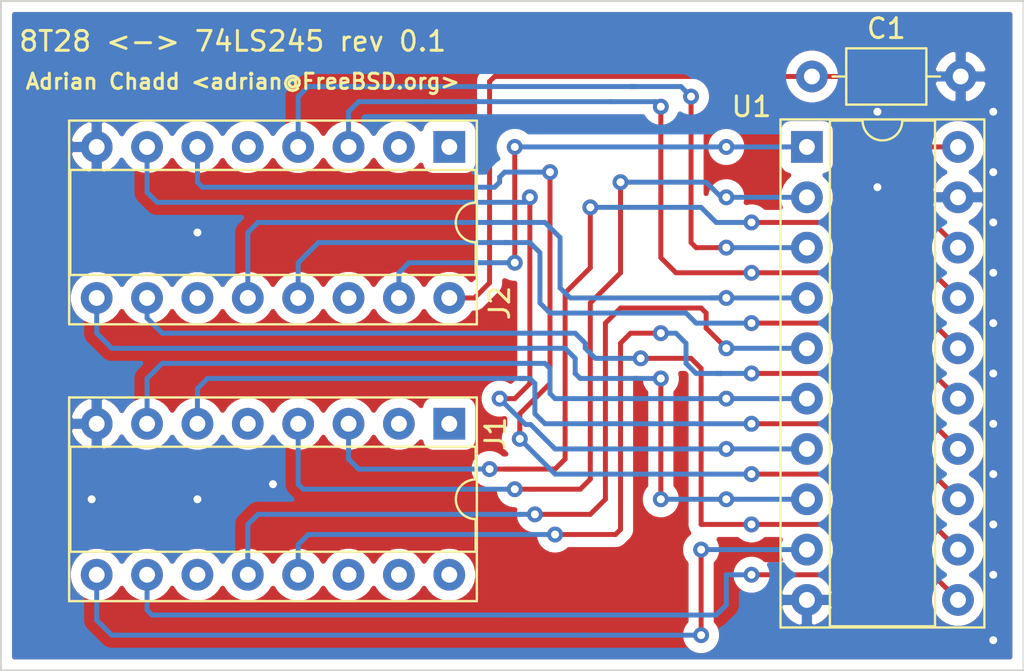
<source format=kicad_pcb>
(kicad_pcb (version 20171130) (host pcbnew 5.1.10)

  (general
    (thickness 1.6)
    (drawings 6)
    (tracks 299)
    (zones 0)
    (modules 4)
    (nets 30)
  )

  (page A4)
  (layers
    (0 F.Cu signal)
    (31 B.Cu signal)
    (32 B.Adhes user)
    (33 F.Adhes user)
    (34 B.Paste user)
    (35 F.Paste user)
    (36 B.SilkS user)
    (37 F.SilkS user)
    (38 B.Mask user)
    (39 F.Mask user)
    (40 Dwgs.User user)
    (41 Cmts.User user)
    (42 Eco1.User user)
    (43 Eco2.User user)
    (44 Edge.Cuts user)
    (45 Margin user)
    (46 B.CrtYd user)
    (47 F.CrtYd user)
    (48 B.Fab user)
    (49 F.Fab user)
  )

  (setup
    (last_trace_width 0.25)
    (user_trace_width 0.2032)
    (trace_clearance 0.2)
    (zone_clearance 0.508)
    (zone_45_only no)
    (trace_min 0.2)
    (via_size 0.8)
    (via_drill 0.4)
    (via_min_size 0.4)
    (via_min_drill 0.3)
    (uvia_size 0.3)
    (uvia_drill 0.1)
    (uvias_allowed no)
    (uvia_min_size 0.2)
    (uvia_min_drill 0.1)
    (edge_width 0.05)
    (segment_width 0.2)
    (pcb_text_width 0.3)
    (pcb_text_size 1.5 1.5)
    (mod_edge_width 0.12)
    (mod_text_size 1 1)
    (mod_text_width 0.15)
    (pad_size 1.524 1.524)
    (pad_drill 0.762)
    (pad_to_mask_clearance 0)
    (aux_axis_origin 0 0)
    (visible_elements FFFFFF7F)
    (pcbplotparams
      (layerselection 0x010fc_ffffffff)
      (usegerberextensions false)
      (usegerberattributes true)
      (usegerberadvancedattributes true)
      (creategerberjobfile true)
      (excludeedgelayer true)
      (linewidth 0.100000)
      (plotframeref false)
      (viasonmask false)
      (mode 1)
      (useauxorigin false)
      (hpglpennumber 1)
      (hpglpenspeed 20)
      (hpglpendiameter 15.000000)
      (psnegative false)
      (psa4output false)
      (plotreference true)
      (plotvalue true)
      (plotinvisibletext false)
      (padsonsilk false)
      (subtractmaskfromsilk false)
      (outputformat 1)
      (mirror false)
      (drillshape 1)
      (scaleselection 1)
      (outputdirectory ""))
  )

  (net 0 "")
  (net 1 VCC)
  (net 2 GND)
  (net 3 "Net-(J1-Pad1)")
  (net 4 BUS_D7)
  (net 5 "Net-(J1-Pad2)")
  (net 6 CPU_D7)
  (net 7 CPU_D0)
  (net 8 "Net-(J1-Pad11)")
  (net 9 BUS_D0)
  (net 10 BUS_D3)
  (net 11 "Net-(J1-Pad5)")
  (net 12 CPU_D3)
  (net 13 CPU_D4)
  (net 14 "Net-(J1-Pad14)")
  (net 15 BUS_D4)
  (net 16 CPU_DIR)
  (net 17 BUS_D5)
  (net 18 "Net-(J2-Pad14)")
  (net 19 CPU_D5)
  (net 20 CPU_D2)
  (net 21 "Net-(J2-Pad5)")
  (net 22 BUS_D2)
  (net 23 BUS_D1)
  (net 24 "Net-(J2-Pad11)")
  (net 25 CPU_D1)
  (net 26 CPU_D6)
  (net 27 "Net-(J2-Pad2)")
  (net 28 BUS_D6)
  (net 29 "Net-(J2-Pad1)")

  (net_class Default "This is the default net class."
    (clearance 0.2)
    (trace_width 0.25)
    (via_dia 0.8)
    (via_drill 0.4)
    (uvia_dia 0.3)
    (uvia_drill 0.1)
    (add_net BUS_D0)
    (add_net BUS_D1)
    (add_net BUS_D2)
    (add_net BUS_D3)
    (add_net BUS_D4)
    (add_net BUS_D5)
    (add_net BUS_D6)
    (add_net BUS_D7)
    (add_net CPU_D0)
    (add_net CPU_D1)
    (add_net CPU_D2)
    (add_net CPU_D3)
    (add_net CPU_D4)
    (add_net CPU_D5)
    (add_net CPU_D6)
    (add_net CPU_D7)
    (add_net CPU_DIR)
    (add_net GND)
    (add_net "Net-(J1-Pad1)")
    (add_net "Net-(J1-Pad11)")
    (add_net "Net-(J1-Pad14)")
    (add_net "Net-(J1-Pad2)")
    (add_net "Net-(J1-Pad5)")
    (add_net "Net-(J2-Pad1)")
    (add_net "Net-(J2-Pad11)")
    (add_net "Net-(J2-Pad14)")
    (add_net "Net-(J2-Pad2)")
    (add_net "Net-(J2-Pad5)")
    (add_net VCC)
  )

  (module Capacitor_THT:C_Axial_L3.8mm_D2.6mm_P7.50mm_Horizontal (layer F.Cu) (tedit 5AE50EF0) (tstamp 60C6BA00)
    (at 52.832 15.748)
    (descr "C, Axial series, Axial, Horizontal, pin pitch=7.5mm, , length*diameter=3.8*2.6mm^2, http://www.vishay.com/docs/45231/arseries.pdf")
    (tags "C Axial series Axial Horizontal pin pitch 7.5mm  length 3.8mm diameter 2.6mm")
    (path /60C81F5A)
    (fp_text reference C1 (at 3.75 -2.42) (layer F.SilkS)
      (effects (font (size 1 1) (thickness 0.15)))
    )
    (fp_text value 0.1uF (at 3.75 2.42) (layer F.Fab)
      (effects (font (size 1 1) (thickness 0.15)))
    )
    (fp_line (start 8.55 -1.55) (end -1.05 -1.55) (layer F.CrtYd) (width 0.05))
    (fp_line (start 8.55 1.55) (end 8.55 -1.55) (layer F.CrtYd) (width 0.05))
    (fp_line (start -1.05 1.55) (end 8.55 1.55) (layer F.CrtYd) (width 0.05))
    (fp_line (start -1.05 -1.55) (end -1.05 1.55) (layer F.CrtYd) (width 0.05))
    (fp_line (start 6.46 0) (end 5.77 0) (layer F.SilkS) (width 0.12))
    (fp_line (start 1.04 0) (end 1.73 0) (layer F.SilkS) (width 0.12))
    (fp_line (start 5.77 -1.42) (end 1.73 -1.42) (layer F.SilkS) (width 0.12))
    (fp_line (start 5.77 1.42) (end 5.77 -1.42) (layer F.SilkS) (width 0.12))
    (fp_line (start 1.73 1.42) (end 5.77 1.42) (layer F.SilkS) (width 0.12))
    (fp_line (start 1.73 -1.42) (end 1.73 1.42) (layer F.SilkS) (width 0.12))
    (fp_line (start 7.5 0) (end 5.65 0) (layer F.Fab) (width 0.1))
    (fp_line (start 0 0) (end 1.85 0) (layer F.Fab) (width 0.1))
    (fp_line (start 5.65 -1.3) (end 1.85 -1.3) (layer F.Fab) (width 0.1))
    (fp_line (start 5.65 1.3) (end 5.65 -1.3) (layer F.Fab) (width 0.1))
    (fp_line (start 1.85 1.3) (end 5.65 1.3) (layer F.Fab) (width 0.1))
    (fp_line (start 1.85 -1.3) (end 1.85 1.3) (layer F.Fab) (width 0.1))
    (fp_text user %R (at 3.75 0) (layer F.Fab)
      (effects (font (size 0.76 0.76) (thickness 0.114)))
    )
    (pad 1 thru_hole circle (at 0 0) (size 1.6 1.6) (drill 0.8) (layers *.Cu *.Mask)
      (net 1 VCC))
    (pad 2 thru_hole oval (at 7.5 0) (size 1.6 1.6) (drill 0.8) (layers *.Cu *.Mask)
      (net 2 GND))
    (model ${KISYS3DMOD}/Capacitor_THT.3dshapes/C_Axial_L3.8mm_D2.6mm_P7.50mm_Horizontal.wrl
      (at (xyz 0 0 0))
      (scale (xyz 1 1 1))
      (rotate (xyz 0 0 0))
    )
  )

  (module Package_DIP:DIP-16_W7.62mm_Socket (layer F.Cu) (tedit 5A02E8C5) (tstamp 60C6B994)
    (at 34.544 33.274 270)
    (descr "16-lead though-hole mounted DIP package, row spacing 7.62 mm (300 mils), Socket")
    (tags "THT DIP DIL PDIP 2.54mm 7.62mm 300mil Socket")
    (path /60C82734)
    (fp_text reference J1 (at 0.508 -2.33 90) (layer F.SilkS)
      (effects (font (size 1 1) (thickness 0.15)))
    )
    (fp_text value "8T28 H11" (at 3.81 20.11 90) (layer F.Fab)
      (effects (font (size 1 1) (thickness 0.15)))
    )
    (fp_line (start 9.15 -1.6) (end -1.55 -1.6) (layer F.CrtYd) (width 0.05))
    (fp_line (start 9.15 19.4) (end 9.15 -1.6) (layer F.CrtYd) (width 0.05))
    (fp_line (start -1.55 19.4) (end 9.15 19.4) (layer F.CrtYd) (width 0.05))
    (fp_line (start -1.55 -1.6) (end -1.55 19.4) (layer F.CrtYd) (width 0.05))
    (fp_line (start 8.95 -1.39) (end -1.33 -1.39) (layer F.SilkS) (width 0.12))
    (fp_line (start 8.95 19.17) (end 8.95 -1.39) (layer F.SilkS) (width 0.12))
    (fp_line (start -1.33 19.17) (end 8.95 19.17) (layer F.SilkS) (width 0.12))
    (fp_line (start -1.33 -1.39) (end -1.33 19.17) (layer F.SilkS) (width 0.12))
    (fp_line (start 6.46 -1.33) (end 4.81 -1.33) (layer F.SilkS) (width 0.12))
    (fp_line (start 6.46 19.11) (end 6.46 -1.33) (layer F.SilkS) (width 0.12))
    (fp_line (start 1.16 19.11) (end 6.46 19.11) (layer F.SilkS) (width 0.12))
    (fp_line (start 1.16 -1.33) (end 1.16 19.11) (layer F.SilkS) (width 0.12))
    (fp_line (start 2.81 -1.33) (end 1.16 -1.33) (layer F.SilkS) (width 0.12))
    (fp_line (start 8.89 -1.33) (end -1.27 -1.33) (layer F.Fab) (width 0.1))
    (fp_line (start 8.89 19.11) (end 8.89 -1.33) (layer F.Fab) (width 0.1))
    (fp_line (start -1.27 19.11) (end 8.89 19.11) (layer F.Fab) (width 0.1))
    (fp_line (start -1.27 -1.33) (end -1.27 19.11) (layer F.Fab) (width 0.1))
    (fp_line (start 0.635 -0.27) (end 1.635 -1.27) (layer F.Fab) (width 0.1))
    (fp_line (start 0.635 19.05) (end 0.635 -0.27) (layer F.Fab) (width 0.1))
    (fp_line (start 6.985 19.05) (end 0.635 19.05) (layer F.Fab) (width 0.1))
    (fp_line (start 6.985 -1.27) (end 6.985 19.05) (layer F.Fab) (width 0.1))
    (fp_line (start 1.635 -1.27) (end 6.985 -1.27) (layer F.Fab) (width 0.1))
    (fp_arc (start 3.81 -1.33) (end 2.81 -1.33) (angle -180) (layer F.SilkS) (width 0.12))
    (fp_text user %R (at 3.81 8.89 90) (layer F.Fab)
      (effects (font (size 1 1) (thickness 0.15)))
    )
    (pad 1 thru_hole rect (at 0 0 270) (size 1.6 1.6) (drill 0.8) (layers *.Cu *.Mask)
      (net 3 "Net-(J1-Pad1)"))
    (pad 9 thru_hole oval (at 7.62 17.78 270) (size 1.6 1.6) (drill 0.8) (layers *.Cu *.Mask)
      (net 4 BUS_D7))
    (pad 2 thru_hole oval (at 0 2.54 270) (size 1.6 1.6) (drill 0.8) (layers *.Cu *.Mask)
      (net 5 "Net-(J1-Pad2)"))
    (pad 10 thru_hole oval (at 7.62 15.24 270) (size 1.6 1.6) (drill 0.8) (layers *.Cu *.Mask)
      (net 6 CPU_D7))
    (pad 3 thru_hole oval (at 0 5.08 270) (size 1.6 1.6) (drill 0.8) (layers *.Cu *.Mask)
      (net 7 CPU_D0))
    (pad 11 thru_hole oval (at 7.62 12.7 270) (size 1.6 1.6) (drill 0.8) (layers *.Cu *.Mask)
      (net 8 "Net-(J1-Pad11)"))
    (pad 4 thru_hole oval (at 0 7.62 270) (size 1.6 1.6) (drill 0.8) (layers *.Cu *.Mask)
      (net 9 BUS_D0))
    (pad 12 thru_hole oval (at 7.62 10.16 270) (size 1.6 1.6) (drill 0.8) (layers *.Cu *.Mask)
      (net 10 BUS_D3))
    (pad 5 thru_hole oval (at 0 10.16 270) (size 1.6 1.6) (drill 0.8) (layers *.Cu *.Mask)
      (net 11 "Net-(J1-Pad5)"))
    (pad 13 thru_hole oval (at 7.62 7.62 270) (size 1.6 1.6) (drill 0.8) (layers *.Cu *.Mask)
      (net 12 CPU_D3))
    (pad 6 thru_hole oval (at 0 12.7 270) (size 1.6 1.6) (drill 0.8) (layers *.Cu *.Mask)
      (net 13 CPU_D4))
    (pad 14 thru_hole oval (at 7.62 5.08 270) (size 1.6 1.6) (drill 0.8) (layers *.Cu *.Mask)
      (net 14 "Net-(J1-Pad14)"))
    (pad 7 thru_hole oval (at 0 15.24 270) (size 1.6 1.6) (drill 0.8) (layers *.Cu *.Mask)
      (net 15 BUS_D4))
    (pad 15 thru_hole oval (at 7.62 2.54 270) (size 1.6 1.6) (drill 0.8) (layers *.Cu *.Mask)
      (net 16 CPU_DIR))
    (pad 8 thru_hole oval (at 0 17.78 270) (size 1.6 1.6) (drill 0.8) (layers *.Cu *.Mask)
      (net 2 GND))
    (pad 16 thru_hole oval (at 7.62 0 270) (size 1.6 1.6) (drill 0.8) (layers *.Cu *.Mask)
      (net 1 VCC))
    (model ${KISYS3DMOD}/Package_DIP.3dshapes/DIP-16_W7.62mm_Socket.wrl
      (at (xyz 0 0 0))
      (scale (xyz 1 1 1))
      (rotate (xyz 0 0 0))
    )
  )

  (module Package_DIP:DIP-16_W7.62mm_Socket (layer F.Cu) (tedit 5A02E8C5) (tstamp 60C6B913)
    (at 34.544 19.304 270)
    (descr "16-lead though-hole mounted DIP package, row spacing 7.62 mm (300 mils), Socket")
    (tags "THT DIP DIL PDIP 2.54mm 7.62mm 300mil Socket")
    (path /60C83112)
    (fp_text reference J2 (at 7.874 -2.54 90) (layer F.SilkS)
      (effects (font (size 1 1) (thickness 0.15)))
    )
    (fp_text value "8T28 H10" (at 3.81 20.11 90) (layer F.Fab)
      (effects (font (size 1 1) (thickness 0.15)))
    )
    (fp_text user %R (at 3.81 8.89 90) (layer F.Fab)
      (effects (font (size 1 1) (thickness 0.15)))
    )
    (fp_arc (start 3.81 -1.33) (end 2.81 -1.33) (angle -180) (layer F.SilkS) (width 0.12))
    (fp_line (start 1.635 -1.27) (end 6.985 -1.27) (layer F.Fab) (width 0.1))
    (fp_line (start 6.985 -1.27) (end 6.985 19.05) (layer F.Fab) (width 0.1))
    (fp_line (start 6.985 19.05) (end 0.635 19.05) (layer F.Fab) (width 0.1))
    (fp_line (start 0.635 19.05) (end 0.635 -0.27) (layer F.Fab) (width 0.1))
    (fp_line (start 0.635 -0.27) (end 1.635 -1.27) (layer F.Fab) (width 0.1))
    (fp_line (start -1.27 -1.33) (end -1.27 19.11) (layer F.Fab) (width 0.1))
    (fp_line (start -1.27 19.11) (end 8.89 19.11) (layer F.Fab) (width 0.1))
    (fp_line (start 8.89 19.11) (end 8.89 -1.33) (layer F.Fab) (width 0.1))
    (fp_line (start 8.89 -1.33) (end -1.27 -1.33) (layer F.Fab) (width 0.1))
    (fp_line (start 2.81 -1.33) (end 1.16 -1.33) (layer F.SilkS) (width 0.12))
    (fp_line (start 1.16 -1.33) (end 1.16 19.11) (layer F.SilkS) (width 0.12))
    (fp_line (start 1.16 19.11) (end 6.46 19.11) (layer F.SilkS) (width 0.12))
    (fp_line (start 6.46 19.11) (end 6.46 -1.33) (layer F.SilkS) (width 0.12))
    (fp_line (start 6.46 -1.33) (end 4.81 -1.33) (layer F.SilkS) (width 0.12))
    (fp_line (start -1.33 -1.39) (end -1.33 19.17) (layer F.SilkS) (width 0.12))
    (fp_line (start -1.33 19.17) (end 8.95 19.17) (layer F.SilkS) (width 0.12))
    (fp_line (start 8.95 19.17) (end 8.95 -1.39) (layer F.SilkS) (width 0.12))
    (fp_line (start 8.95 -1.39) (end -1.33 -1.39) (layer F.SilkS) (width 0.12))
    (fp_line (start -1.55 -1.6) (end -1.55 19.4) (layer F.CrtYd) (width 0.05))
    (fp_line (start -1.55 19.4) (end 9.15 19.4) (layer F.CrtYd) (width 0.05))
    (fp_line (start 9.15 19.4) (end 9.15 -1.6) (layer F.CrtYd) (width 0.05))
    (fp_line (start 9.15 -1.6) (end -1.55 -1.6) (layer F.CrtYd) (width 0.05))
    (pad 16 thru_hole oval (at 7.62 0 270) (size 1.6 1.6) (drill 0.8) (layers *.Cu *.Mask)
      (net 1 VCC))
    (pad 8 thru_hole oval (at 0 17.78 270) (size 1.6 1.6) (drill 0.8) (layers *.Cu *.Mask)
      (net 2 GND))
    (pad 15 thru_hole oval (at 7.62 2.54 270) (size 1.6 1.6) (drill 0.8) (layers *.Cu *.Mask)
      (net 16 CPU_DIR))
    (pad 7 thru_hole oval (at 0 15.24 270) (size 1.6 1.6) (drill 0.8) (layers *.Cu *.Mask)
      (net 17 BUS_D5))
    (pad 14 thru_hole oval (at 7.62 5.08 270) (size 1.6 1.6) (drill 0.8) (layers *.Cu *.Mask)
      (net 18 "Net-(J2-Pad14)"))
    (pad 6 thru_hole oval (at 0 12.7 270) (size 1.6 1.6) (drill 0.8) (layers *.Cu *.Mask)
      (net 19 CPU_D5))
    (pad 13 thru_hole oval (at 7.62 7.62 270) (size 1.6 1.6) (drill 0.8) (layers *.Cu *.Mask)
      (net 20 CPU_D2))
    (pad 5 thru_hole oval (at 0 10.16 270) (size 1.6 1.6) (drill 0.8) (layers *.Cu *.Mask)
      (net 21 "Net-(J2-Pad5)"))
    (pad 12 thru_hole oval (at 7.62 10.16 270) (size 1.6 1.6) (drill 0.8) (layers *.Cu *.Mask)
      (net 22 BUS_D2))
    (pad 4 thru_hole oval (at 0 7.62 270) (size 1.6 1.6) (drill 0.8) (layers *.Cu *.Mask)
      (net 23 BUS_D1))
    (pad 11 thru_hole oval (at 7.62 12.7 270) (size 1.6 1.6) (drill 0.8) (layers *.Cu *.Mask)
      (net 24 "Net-(J2-Pad11)"))
    (pad 3 thru_hole oval (at 0 5.08 270) (size 1.6 1.6) (drill 0.8) (layers *.Cu *.Mask)
      (net 25 CPU_D1))
    (pad 10 thru_hole oval (at 7.62 15.24 270) (size 1.6 1.6) (drill 0.8) (layers *.Cu *.Mask)
      (net 26 CPU_D6))
    (pad 2 thru_hole oval (at 0 2.54 270) (size 1.6 1.6) (drill 0.8) (layers *.Cu *.Mask)
      (net 27 "Net-(J2-Pad2)"))
    (pad 9 thru_hole oval (at 7.62 17.78 270) (size 1.6 1.6) (drill 0.8) (layers *.Cu *.Mask)
      (net 28 BUS_D6))
    (pad 1 thru_hole rect (at 0 0 270) (size 1.6 1.6) (drill 0.8) (layers *.Cu *.Mask)
      (net 29 "Net-(J2-Pad1)"))
    (model ${KISYS3DMOD}/Package_DIP.3dshapes/DIP-16_W7.62mm_Socket.wrl
      (at (xyz 0 0 0))
      (scale (xyz 1 1 1))
      (rotate (xyz 0 0 0))
    )
  )

  (module Package_DIP:DIP-20_W7.62mm_Socket (layer F.Cu) (tedit 5A02E8C5) (tstamp 60C6B88A)
    (at 52.578 19.304)
    (descr "20-lead though-hole mounted DIP package, row spacing 7.62 mm (300 mils), Socket")
    (tags "THT DIP DIL PDIP 2.54mm 7.62mm 300mil Socket")
    (path /60C81A2E)
    (fp_text reference U1 (at -2.794 -2.032) (layer F.SilkS)
      (effects (font (size 1 1) (thickness 0.15)))
    )
    (fp_text value 74LS245 (at 3.81 25.19) (layer F.Fab)
      (effects (font (size 1 1) (thickness 0.15)))
    )
    (fp_line (start 9.15 -1.6) (end -1.55 -1.6) (layer F.CrtYd) (width 0.05))
    (fp_line (start 9.15 24.45) (end 9.15 -1.6) (layer F.CrtYd) (width 0.05))
    (fp_line (start -1.55 24.45) (end 9.15 24.45) (layer F.CrtYd) (width 0.05))
    (fp_line (start -1.55 -1.6) (end -1.55 24.45) (layer F.CrtYd) (width 0.05))
    (fp_line (start 8.95 -1.39) (end -1.33 -1.39) (layer F.SilkS) (width 0.12))
    (fp_line (start 8.95 24.25) (end 8.95 -1.39) (layer F.SilkS) (width 0.12))
    (fp_line (start -1.33 24.25) (end 8.95 24.25) (layer F.SilkS) (width 0.12))
    (fp_line (start -1.33 -1.39) (end -1.33 24.25) (layer F.SilkS) (width 0.12))
    (fp_line (start 6.46 -1.33) (end 4.81 -1.33) (layer F.SilkS) (width 0.12))
    (fp_line (start 6.46 24.19) (end 6.46 -1.33) (layer F.SilkS) (width 0.12))
    (fp_line (start 1.16 24.19) (end 6.46 24.19) (layer F.SilkS) (width 0.12))
    (fp_line (start 1.16 -1.33) (end 1.16 24.19) (layer F.SilkS) (width 0.12))
    (fp_line (start 2.81 -1.33) (end 1.16 -1.33) (layer F.SilkS) (width 0.12))
    (fp_line (start 8.89 -1.33) (end -1.27 -1.33) (layer F.Fab) (width 0.1))
    (fp_line (start 8.89 24.19) (end 8.89 -1.33) (layer F.Fab) (width 0.1))
    (fp_line (start -1.27 24.19) (end 8.89 24.19) (layer F.Fab) (width 0.1))
    (fp_line (start -1.27 -1.33) (end -1.27 24.19) (layer F.Fab) (width 0.1))
    (fp_line (start 0.635 -0.27) (end 1.635 -1.27) (layer F.Fab) (width 0.1))
    (fp_line (start 0.635 24.13) (end 0.635 -0.27) (layer F.Fab) (width 0.1))
    (fp_line (start 6.985 24.13) (end 0.635 24.13) (layer F.Fab) (width 0.1))
    (fp_line (start 6.985 -1.27) (end 6.985 24.13) (layer F.Fab) (width 0.1))
    (fp_line (start 1.635 -1.27) (end 6.985 -1.27) (layer F.Fab) (width 0.1))
    (fp_arc (start 3.81 -1.33) (end 2.81 -1.33) (angle -180) (layer F.SilkS) (width 0.12))
    (fp_text user %R (at 3.81 11.43) (layer F.Fab)
      (effects (font (size 1 1) (thickness 0.15)))
    )
    (pad 1 thru_hole rect (at 0 0) (size 1.6 1.6) (drill 0.8) (layers *.Cu *.Mask)
      (net 16 CPU_DIR))
    (pad 11 thru_hole oval (at 7.62 22.86) (size 1.6 1.6) (drill 0.8) (layers *.Cu *.Mask)
      (net 6 CPU_D7))
    (pad 2 thru_hole oval (at 0 2.54) (size 1.6 1.6) (drill 0.8) (layers *.Cu *.Mask)
      (net 9 BUS_D0))
    (pad 12 thru_hole oval (at 7.62 20.32) (size 1.6 1.6) (drill 0.8) (layers *.Cu *.Mask)
      (net 26 CPU_D6))
    (pad 3 thru_hole oval (at 0 5.08) (size 1.6 1.6) (drill 0.8) (layers *.Cu *.Mask)
      (net 23 BUS_D1))
    (pad 13 thru_hole oval (at 7.62 17.78) (size 1.6 1.6) (drill 0.8) (layers *.Cu *.Mask)
      (net 19 CPU_D5))
    (pad 4 thru_hole oval (at 0 7.62) (size 1.6 1.6) (drill 0.8) (layers *.Cu *.Mask)
      (net 22 BUS_D2))
    (pad 14 thru_hole oval (at 7.62 15.24) (size 1.6 1.6) (drill 0.8) (layers *.Cu *.Mask)
      (net 13 CPU_D4))
    (pad 5 thru_hole oval (at 0 10.16) (size 1.6 1.6) (drill 0.8) (layers *.Cu *.Mask)
      (net 10 BUS_D3))
    (pad 15 thru_hole oval (at 7.62 12.7) (size 1.6 1.6) (drill 0.8) (layers *.Cu *.Mask)
      (net 12 CPU_D3))
    (pad 6 thru_hole oval (at 0 12.7) (size 1.6 1.6) (drill 0.8) (layers *.Cu *.Mask)
      (net 15 BUS_D4))
    (pad 16 thru_hole oval (at 7.62 10.16) (size 1.6 1.6) (drill 0.8) (layers *.Cu *.Mask)
      (net 20 CPU_D2))
    (pad 7 thru_hole oval (at 0 15.24) (size 1.6 1.6) (drill 0.8) (layers *.Cu *.Mask)
      (net 17 BUS_D5))
    (pad 17 thru_hole oval (at 7.62 7.62) (size 1.6 1.6) (drill 0.8) (layers *.Cu *.Mask)
      (net 25 CPU_D1))
    (pad 8 thru_hole oval (at 0 17.78) (size 1.6 1.6) (drill 0.8) (layers *.Cu *.Mask)
      (net 28 BUS_D6))
    (pad 18 thru_hole oval (at 7.62 5.08) (size 1.6 1.6) (drill 0.8) (layers *.Cu *.Mask)
      (net 7 CPU_D0))
    (pad 9 thru_hole oval (at 0 20.32) (size 1.6 1.6) (drill 0.8) (layers *.Cu *.Mask)
      (net 4 BUS_D7))
    (pad 19 thru_hole oval (at 7.62 2.54) (size 1.6 1.6) (drill 0.8) (layers *.Cu *.Mask)
      (net 2 GND))
    (pad 10 thru_hole oval (at 0 22.86) (size 1.6 1.6) (drill 0.8) (layers *.Cu *.Mask)
      (net 2 GND))
    (pad 20 thru_hole oval (at 7.62 0) (size 1.6 1.6) (drill 0.8) (layers *.Cu *.Mask)
      (net 1 VCC))
    (model ${KISYS3DMOD}/Package_DIP.3dshapes/DIP-20_W7.62mm_Socket.wrl
      (at (xyz 0 0 0))
      (scale (xyz 1 1 1))
      (rotate (xyz 0 0 0))
    )
  )

  (gr_text "Adrian Chadd <adrian@FreeBSD.org>" (at 24.13 16.002) (layer F.SilkS)
    (effects (font (size 0.7714 0.7714) (thickness 0.15)))
  )
  (gr_text "8T28 <-> 74LS245 rev 0.1" (at 23.622 13.97) (layer F.SilkS)
    (effects (font (size 1 1) (thickness 0.15)))
  )
  (gr_line (start 63.5 11.938) (end 63.5 45.72) (layer Edge.Cuts) (width 0.1))
  (gr_line (start 11.938 11.938) (end 63.5 11.938) (layer Edge.Cuts) (width 0.1))
  (gr_line (start 11.938 45.72) (end 11.938 11.938) (layer Edge.Cuts) (width 0.1))
  (gr_line (start 63.5 45.72) (end 11.938 45.72) (layer Edge.Cuts) (width 0.1))

  (via (at 39.878 38.862) (size 0.8) (drill 0.4) (layers F.Cu B.Cu) (net 12))
  (segment (start 34.544 26.924) (end 35.814 26.924) (width 0.25) (layer F.Cu) (net 1))
  (segment (start 35.814 26.924) (end 36.576 26.162) (width 0.25) (layer F.Cu) (net 1))
  (segment (start 36.576 26.162) (end 36.576 16.002) (width 0.25) (layer F.Cu) (net 1))
  (segment (start 36.83 15.748) (end 52.832 15.748) (width 0.25) (layer F.Cu) (net 1))
  (segment (start 36.576 16.002) (end 36.83 15.748) (width 0.25) (layer F.Cu) (net 1))
  (segment (start 52.832 15.748) (end 58.166 15.748) (width 0.25) (layer F.Cu) (net 1))
  (segment (start 58.166 15.748) (end 58.42 16.002) (width 0.25) (layer F.Cu) (net 1))
  (segment (start 58.42 16.002) (end 58.42 19.05) (width 0.25) (layer F.Cu) (net 1))
  (segment (start 58.674 19.304) (end 60.198 19.304) (width 0.25) (layer F.Cu) (net 1))
  (segment (start 58.42 19.05) (end 58.674 19.304) (width 0.25) (layer F.Cu) (net 1))
  (via (at 56.134 21.336) (size 0.8) (drill 0.4) (layers F.Cu B.Cu) (net 2))
  (via (at 56.134 17.526) (size 0.8) (drill 0.4) (layers F.Cu B.Cu) (net 2))
  (via (at 21.844 23.622) (size 0.8) (drill 0.4) (layers F.Cu B.Cu) (net 2))
  (via (at 16.51 37.084) (size 0.8) (drill 0.4) (layers F.Cu B.Cu) (net 2))
  (via (at 21.844 37.084) (size 0.8) (drill 0.4) (layers F.Cu B.Cu) (net 2))
  (via (at 25.654 36.322) (size 0.8) (drill 0.4) (layers F.Cu B.Cu) (net 2))
  (via (at 61.976 44.196) (size 0.8) (drill 0.4) (layers F.Cu B.Cu) (net 2))
  (via (at 61.976 40.894) (size 0.8) (drill 0.4) (layers F.Cu B.Cu) (net 2))
  (via (at 61.976 38.354) (size 0.8) (drill 0.4) (layers F.Cu B.Cu) (net 2))
  (via (at 61.976 35.814) (size 0.8) (drill 0.4) (layers F.Cu B.Cu) (net 2))
  (via (at 61.976 33.274) (size 0.8) (drill 0.4) (layers F.Cu B.Cu) (net 2))
  (via (at 61.976 30.734) (size 0.8) (drill 0.4) (layers F.Cu B.Cu) (net 2))
  (via (at 61.976 28.194) (size 0.8) (drill 0.4) (layers F.Cu B.Cu) (net 2))
  (via (at 61.976 25.654) (size 0.8) (drill 0.4) (layers F.Cu B.Cu) (net 2))
  (via (at 61.976 23.114) (size 0.8) (drill 0.4) (layers F.Cu B.Cu) (net 2))
  (via (at 61.976 20.574) (size 0.8) (drill 0.4) (layers F.Cu B.Cu) (net 2))
  (via (at 61.976 17.526) (size 0.8) (drill 0.4) (layers F.Cu B.Cu) (net 2))
  (via (at 49.784 23.114) (size 0.8) (drill 0.4) (layers F.Cu B.Cu) (net 7))
  (via (at 49.784 25.654) (size 0.8) (drill 0.4) (layers F.Cu B.Cu) (net 25))
  (via (at 49.784 28.194) (size 0.8) (drill 0.4) (layers F.Cu B.Cu) (net 20))
  (via (at 49.784 30.734) (size 0.8) (drill 0.4) (layers F.Cu B.Cu) (net 12))
  (via (at 49.784 33.274) (size 0.8) (drill 0.4) (layers F.Cu B.Cu) (net 13))
  (via (at 49.784 35.814) (size 0.8) (drill 0.4) (layers F.Cu B.Cu) (net 19))
  (via (at 49.784 38.354) (size 0.8) (drill 0.4) (layers F.Cu B.Cu) (net 26))
  (via (at 49.784 40.894) (size 0.8) (drill 0.4) (layers F.Cu B.Cu) (net 6))
  (segment (start 52.578 39.624) (end 48.514 39.624) (width 0.25) (layer B.Cu) (net 4))
  (segment (start 48.514 39.624) (end 48.514 39.624) (width 0.25) (layer B.Cu) (net 4) (tstamp 60C6BEBC))
  (via (at 47.244 39.624) (size 0.8) (drill 0.4) (layers F.Cu B.Cu) (net 4))
  (segment (start 16.764 40.894) (end 16.764 43.18) (width 0.25) (layer B.Cu) (net 4))
  (segment (start 16.764 43.18) (end 17.526 43.942) (width 0.25) (layer B.Cu) (net 4))
  (segment (start 17.526 43.942) (end 40.894 43.942) (width 0.25) (layer B.Cu) (net 4))
  (via (at 47.244 43.942) (size 0.8) (drill 0.4) (layers F.Cu B.Cu) (net 4))
  (segment (start 47.244 39.624) (end 47.244 43.942) (width 0.25) (layer F.Cu) (net 4))
  (segment (start 48.514 39.624) (end 47.244 39.624) (width 0.25) (layer B.Cu) (net 4))
  (segment (start 47.244 43.942) (end 41.148 43.942) (width 0.25) (layer B.Cu) (net 4))
  (segment (start 41.148 43.942) (end 41.402 43.942) (width 0.25) (layer B.Cu) (net 4))
  (segment (start 40.894 43.942) (end 41.148 43.942) (width 0.25) (layer B.Cu) (net 4))
  (segment (start 58.928 40.894) (end 57.912 40.894) (width 0.25) (layer F.Cu) (net 6))
  (segment (start 60.198 42.164) (end 58.928 40.894) (width 0.25) (layer F.Cu) (net 6))
  (segment (start 57.912 40.894) (end 58.166 40.894) (width 0.25) (layer F.Cu) (net 6))
  (segment (start 49.784 40.894) (end 57.912 40.894) (width 0.25) (layer F.Cu) (net 6))
  (segment (start 19.304 40.894) (end 19.304 42.418) (width 0.25) (layer B.Cu) (net 6))
  (segment (start 19.304 42.418) (end 19.304 42.672) (width 0.25) (layer B.Cu) (net 6))
  (segment (start 19.304 42.672) (end 19.558 42.926) (width 0.25) (layer B.Cu) (net 6))
  (segment (start 49.784 40.894) (end 48.514 40.894) (width 0.25) (layer B.Cu) (net 6))
  (segment (start 48.514 40.894) (end 48.514 42.418) (width 0.25) (layer B.Cu) (net 6))
  (segment (start 19.558 42.926) (end 37.592 42.926) (width 0.25) (layer B.Cu) (net 6))
  (segment (start 37.592 42.926) (end 48.006 42.926) (width 0.25) (layer B.Cu) (net 6))
  (segment (start 37.592 42.926) (end 37.846 42.926) (width 0.25) (layer B.Cu) (net 6))
  (segment (start 48.006 42.926) (end 48.514 42.418) (width 0.25) (layer B.Cu) (net 6))
  (segment (start 60.198 24.384) (end 58.928 23.114) (width 0.25) (layer F.Cu) (net 7))
  (segment (start 58.928 23.114) (end 49.784 23.114) (width 0.25) (layer F.Cu) (net 7))
  (segment (start 29.464 33.274) (end 29.464 34.798) (width 0.25) (layer B.Cu) (net 7))
  (segment (start 29.464 34.798) (end 29.464 35.052) (width 0.25) (layer B.Cu) (net 7))
  (segment (start 29.464 35.052) (end 29.972 35.56) (width 0.25) (layer B.Cu) (net 7))
  (segment (start 29.972 35.56) (end 36.576 35.56) (width 0.25) (layer B.Cu) (net 7))
  (segment (start 36.576 35.56) (end 36.576 35.56) (width 0.25) (layer B.Cu) (net 7) (tstamp 60C963F9))
  (via (at 36.576 35.56) (size 0.8) (drill 0.4) (layers F.Cu B.Cu) (net 7))
  (via (at 41.656 22.352) (size 0.8) (drill 0.4) (layers F.Cu B.Cu) (net 7))
  (segment (start 48.006 23.114) (end 49.784 23.114) (width 0.25) (layer B.Cu) (net 7))
  (segment (start 47.244 22.352) (end 48.006 23.114) (width 0.25) (layer B.Cu) (net 7))
  (segment (start 40.386 26.67) (end 41.656 25.4) (width 0.25) (layer F.Cu) (net 7))
  (segment (start 41.656 25.4) (end 41.656 22.352) (width 0.25) (layer F.Cu) (net 7))
  (segment (start 47.244 22.352) (end 41.656 22.352) (width 0.25) (layer B.Cu) (net 7))
  (segment (start 40.386 33.274) (end 40.386 33.02) (width 0.25) (layer F.Cu) (net 7))
  (segment (start 40.386 33.02) (end 40.386 35.052) (width 0.25) (layer F.Cu) (net 7))
  (segment (start 40.386 33.02) (end 40.386 26.67) (width 0.25) (layer F.Cu) (net 7))
  (segment (start 40.386 35.052) (end 39.878 35.56) (width 0.25) (layer F.Cu) (net 7))
  (segment (start 39.878 35.56) (end 37.338 35.56) (width 0.25) (layer F.Cu) (net 7))
  (segment (start 37.338 35.56) (end 38.1 35.56) (width 0.25) (layer F.Cu) (net 7))
  (segment (start 36.576 35.56) (end 37.338 35.56) (width 0.25) (layer F.Cu) (net 7))
  (segment (start 52.578 21.844) (end 48.514 21.844) (width 0.25) (layer B.Cu) (net 9))
  (segment (start 48.514 21.844) (end 48.514 21.844) (width 0.25) (layer B.Cu) (net 9) (tstamp 60C6BECA))
  (via (at 48.514 21.844) (size 0.8) (drill 0.4) (layers F.Cu B.Cu) (net 9))
  (segment (start 26.924 33.274) (end 26.924 36.322) (width 0.25) (layer B.Cu) (net 9))
  (segment (start 26.924 36.322) (end 27.178 36.576) (width 0.25) (layer B.Cu) (net 9))
  (segment (start 27.178 36.576) (end 37.846 36.576) (width 0.25) (layer B.Cu) (net 9))
  (segment (start 37.846 36.576) (end 37.846 36.576) (width 0.25) (layer B.Cu) (net 9) (tstamp 60C963EB))
  (via (at 37.846 36.576) (size 0.8) (drill 0.4) (layers F.Cu B.Cu) (net 9))
  (segment (start 48.514 21.844) (end 48.26 21.844) (width 0.25) (layer B.Cu) (net 9))
  (segment (start 48.26 21.844) (end 47.498 21.082) (width 0.25) (layer B.Cu) (net 9))
  (via (at 43.18 21.082) (size 0.8) (drill 0.4) (layers F.Cu B.Cu) (net 9))
  (segment (start 38.608 36.576) (end 37.846 36.576) (width 0.25) (layer F.Cu) (net 9))
  (segment (start 41.656 36.068) (end 41.148 36.576) (width 0.25) (layer F.Cu) (net 9))
  (segment (start 41.148 36.576) (end 38.608 36.576) (width 0.25) (layer F.Cu) (net 9))
  (segment (start 41.656 36.068) (end 41.656 27.178) (width 0.25) (layer F.Cu) (net 9))
  (segment (start 41.656 27.178) (end 42.418 26.416) (width 0.25) (layer F.Cu) (net 9))
  (segment (start 42.418 26.416) (end 43.18 25.654) (width 0.25) (layer F.Cu) (net 9))
  (segment (start 43.18 21.082) (end 43.18 25.654) (width 0.25) (layer F.Cu) (net 9))
  (segment (start 47.498 21.082) (end 43.18 21.082) (width 0.25) (layer B.Cu) (net 9))
  (segment (start 52.578 29.464) (end 48.514 29.464) (width 0.25) (layer B.Cu) (net 10))
  (segment (start 48.514 29.464) (end 48.514 29.464) (width 0.25) (layer B.Cu) (net 10) (tstamp 60C6BEC4))
  (via (at 48.514 29.464) (size 0.8) (drill 0.4) (layers F.Cu B.Cu) (net 10))
  (segment (start 38.1 37.846) (end 38.1 37.846) (width 0.25) (layer B.Cu) (net 10) (tstamp 60C96653))
  (via (at 38.862 37.846) (size 0.8) (drill 0.4) (layers F.Cu B.Cu) (net 10))
  (segment (start 24.384 38.354) (end 24.384 40.894) (width 0.25) (layer B.Cu) (net 10))
  (segment (start 24.892 37.846) (end 24.384 38.354) (width 0.25) (layer B.Cu) (net 10))
  (segment (start 38.862 37.846) (end 24.892 37.846) (width 0.25) (layer B.Cu) (net 10))
  (segment (start 47.498 28.448) (end 48.514 29.464) (width 0.25) (layer F.Cu) (net 10))
  (segment (start 47.244 27.432) (end 47.498 27.686) (width 0.25) (layer F.Cu) (net 10))
  (segment (start 42.418 28.194) (end 43.18 27.432) (width 0.25) (layer F.Cu) (net 10))
  (segment (start 43.18 27.432) (end 47.244 27.432) (width 0.25) (layer F.Cu) (net 10))
  (segment (start 47.498 27.686) (end 47.498 28.448) (width 0.25) (layer F.Cu) (net 10))
  (segment (start 42.418 37.084) (end 42.418 28.194) (width 0.25) (layer F.Cu) (net 10))
  (segment (start 41.656 37.846) (end 42.418 37.084) (width 0.25) (layer F.Cu) (net 10))
  (segment (start 38.862 37.846) (end 41.656 37.846) (width 0.25) (layer F.Cu) (net 10))
  (segment (start 60.198 32.004) (end 58.928 30.734) (width 0.25) (layer F.Cu) (net 12))
  (segment (start 58.928 30.734) (end 49.784 30.734) (width 0.25) (layer F.Cu) (net 12))
  (segment (start 49.784 30.734) (end 48.26 30.734) (width 0.25) (layer B.Cu) (net 12))
  (segment (start 48.26 30.734) (end 48.006 30.734) (width 0.25) (layer B.Cu) (net 12))
  (segment (start 45.212 28.702) (end 45.212 28.702) (width 0.25) (layer B.Cu) (net 12) (tstamp 60C9664D))
  (via (at 45.212 28.702) (size 0.8) (drill 0.4) (layers F.Cu B.Cu) (net 12))
  (segment (start 38.354 38.862) (end 38.354 38.862) (width 0.25) (layer B.Cu) (net 12) (tstamp 60C96655))
  (segment (start 45.212 28.702) (end 43.688 28.702) (width 0.25) (layer F.Cu) (net 12))
  (segment (start 43.688 28.702) (end 43.18 29.21) (width 0.25) (layer F.Cu) (net 12))
  (segment (start 43.18 29.21) (end 43.18 38.608) (width 0.25) (layer F.Cu) (net 12))
  (segment (start 43.18 38.608) (end 42.926 38.862) (width 0.25) (layer F.Cu) (net 12))
  (segment (start 26.924 39.37) (end 26.924 40.894) (width 0.25) (layer B.Cu) (net 12))
  (segment (start 27.432 38.862) (end 26.924 39.37) (width 0.25) (layer B.Cu) (net 12))
  (segment (start 39.878 38.862) (end 27.432 38.862) (width 0.25) (layer B.Cu) (net 12))
  (segment (start 39.878 38.862) (end 42.926 38.862) (width 0.25) (layer F.Cu) (net 12))
  (segment (start 46.99 30.734) (end 48.26 30.734) (width 0.25) (layer B.Cu) (net 12))
  (segment (start 46.482 30.226) (end 46.99 30.734) (width 0.25) (layer B.Cu) (net 12))
  (segment (start 46.482 29.21) (end 46.482 30.226) (width 0.25) (layer B.Cu) (net 12))
  (segment (start 45.974 28.702) (end 46.482 29.21) (width 0.25) (layer B.Cu) (net 12))
  (segment (start 45.212 28.702) (end 45.974 28.702) (width 0.25) (layer B.Cu) (net 12))
  (segment (start 60.198 34.544) (end 58.928 33.274) (width 0.25) (layer F.Cu) (net 13))
  (segment (start 58.928 33.274) (end 49.784 33.274) (width 0.25) (layer F.Cu) (net 13))
  (segment (start 21.844 33.274) (end 21.844 31.496) (width 0.25) (layer B.Cu) (net 13))
  (segment (start 21.844 31.496) (end 22.352 30.988) (width 0.25) (layer B.Cu) (net 13))
  (segment (start 38.1 30.988) (end 38.608 30.988) (width 0.25) (layer B.Cu) (net 13))
  (segment (start 22.352 30.988) (end 38.1 30.988) (width 0.25) (layer B.Cu) (net 13))
  (segment (start 38.1 30.988) (end 38.354 30.988) (width 0.25) (layer B.Cu) (net 13))
  (segment (start 38.608 30.988) (end 38.862 31.242) (width 0.25) (layer B.Cu) (net 13))
  (segment (start 38.862 31.242) (end 38.862 32.766) (width 0.25) (layer B.Cu) (net 13))
  (segment (start 39.37 33.274) (end 49.784 33.274) (width 0.25) (layer B.Cu) (net 13))
  (segment (start 38.862 32.766) (end 39.37 33.274) (width 0.25) (layer B.Cu) (net 13))
  (segment (start 52.578 32.004) (end 48.514 32.004) (width 0.25) (layer B.Cu) (net 15))
  (segment (start 48.514 32.004) (end 48.514 32.004) (width 0.25) (layer B.Cu) (net 15) (tstamp 60C6BEC2))
  (via (at 48.514 32.004) (size 0.8) (drill 0.4) (layers F.Cu B.Cu) (net 15))
  (segment (start 39.878 32.004) (end 48.514 32.004) (width 0.25) (layer B.Cu) (net 15))
  (segment (start 39.624 31.75) (end 39.878 32.004) (width 0.25) (layer B.Cu) (net 15))
  (segment (start 39.624 30.48) (end 39.624 31.75) (width 0.25) (layer B.Cu) (net 15))
  (segment (start 19.304 33.274) (end 19.304 30.988) (width 0.25) (layer B.Cu) (net 15))
  (segment (start 20.066 30.226) (end 39.37 30.226) (width 0.25) (layer B.Cu) (net 15))
  (segment (start 19.304 30.988) (end 20.066 30.226) (width 0.25) (layer B.Cu) (net 15))
  (segment (start 39.37 30.226) (end 39.624 30.48) (width 0.25) (layer B.Cu) (net 15))
  (segment (start 52.578 19.304) (end 48.514 19.304) (width 0.25) (layer B.Cu) (net 16))
  (segment (start 48.514 19.304) (end 48.514 19.304) (width 0.25) (layer B.Cu) (net 16) (tstamp 60C6BECC))
  (via (at 48.514 19.304) (size 0.8) (drill 0.4) (layers F.Cu B.Cu) (net 16))
  (segment (start 32.004 26.924) (end 32.004 25.654) (width 0.25) (layer B.Cu) (net 16))
  (segment (start 32.004 25.654) (end 32.512 25.146) (width 0.25) (layer B.Cu) (net 16))
  (segment (start 32.512 25.146) (end 37.846 25.146) (width 0.25) (layer B.Cu) (net 16))
  (segment (start 37.846 25.146) (end 37.846 25.146) (width 0.25) (layer B.Cu) (net 16) (tstamp 60C96203))
  (via (at 37.846 25.146) (size 0.8) (drill 0.4) (layers F.Cu B.Cu) (net 16))
  (segment (start 37.846 25.146) (end 37.846 19.304) (width 0.25) (layer F.Cu) (net 16))
  (segment (start 37.846 19.304) (end 37.846 19.304) (width 0.25) (layer F.Cu) (net 16) (tstamp 60C9621E))
  (via (at 37.846 19.304) (size 0.8) (drill 0.4) (layers F.Cu B.Cu) (net 16))
  (segment (start 37.846 19.304) (end 48.514 19.304) (width 0.25) (layer B.Cu) (net 16))
  (segment (start 52.578 34.544) (end 48.514 34.544) (width 0.25) (layer B.Cu) (net 17))
  (segment (start 48.514 34.544) (end 48.514 34.544) (width 0.25) (layer B.Cu) (net 17) (tstamp 60C6BEC0))
  (via (at 48.514 34.544) (size 0.8) (drill 0.4) (layers F.Cu B.Cu) (net 17))
  (segment (start 19.304 19.304) (end 19.304 21.59) (width 0.25) (layer B.Cu) (net 17))
  (segment (start 19.304 21.59) (end 19.812 22.098) (width 0.25) (layer B.Cu) (net 17))
  (segment (start 19.812 22.098) (end 38.1 22.098) (width 0.25) (layer B.Cu) (net 17))
  (segment (start 48.514 34.544) (end 43.942 34.544) (width 0.25) (layer B.Cu) (net 17))
  (segment (start 43.942 34.544) (end 43.942 34.544) (width 0.25) (layer B.Cu) (net 17) (tstamp 60C96475))
  (segment (start 38.1 22.098) (end 38.354 22.098) (width 0.25) (layer B.Cu) (net 17))
  (segment (start 38.354 22.098) (end 38.608 21.844) (width 0.25) (layer B.Cu) (net 17))
  (segment (start 38.608 21.844) (end 38.608 21.844) (width 0.25) (layer B.Cu) (net 17) (tstamp 60C9659A))
  (via (at 38.608 21.844) (size 0.8) (drill 0.4) (layers F.Cu B.Cu) (net 17))
  (segment (start 38.608 21.844) (end 38.608 25.457002) (width 0.25) (layer F.Cu) (net 17))
  (segment (start 38.608 25.457002) (end 38.608 31.242) (width 0.25) (layer F.Cu) (net 17))
  (segment (start 38.608 31.242) (end 37.846 32.004) (width 0.25) (layer F.Cu) (net 17))
  (segment (start 37.846 32.004) (end 37.084 32.004) (width 0.25) (layer F.Cu) (net 17))
  (segment (start 37.084 32.004) (end 37.084 32.004) (width 0.25) (layer F.Cu) (net 17) (tstamp 60C965C8))
  (via (at 37.084 32.004) (size 0.8) (drill 0.4) (layers F.Cu B.Cu) (net 17))
  (segment (start 38.390999 33.310999) (end 38.644999 33.310999) (width 0.25) (layer B.Cu) (net 17))
  (segment (start 37.084 32.004) (end 38.390999 33.310999) (width 0.25) (layer B.Cu) (net 17))
  (segment (start 39.878 34.544) (end 43.942 34.544) (width 0.25) (layer B.Cu) (net 17))
  (segment (start 38.644999 33.310999) (end 39.878 34.544) (width 0.25) (layer B.Cu) (net 17))
  (segment (start 60.198 37.084) (end 58.928 35.814) (width 0.25) (layer F.Cu) (net 19))
  (segment (start 58.928 35.814) (end 49.784 35.814) (width 0.25) (layer F.Cu) (net 19))
  (segment (start 49.784 35.814) (end 45.212 35.814) (width 0.25) (layer B.Cu) (net 19))
  (segment (start 45.212 35.814) (end 45.212 35.814) (width 0.25) (layer B.Cu) (net 19) (tstamp 60C96477))
  (via (at 39.624 20.574) (size 0.8) (drill 0.4) (layers F.Cu B.Cu) (net 19))
  (segment (start 38.1 33.02) (end 38.1 33.02) (width 0.25) (layer F.Cu) (net 19) (tstamp 60C965CA))
  (segment (start 38.1 34.036) (end 38.1 34.036) (width 0.25) (layer F.Cu) (net 19) (tstamp 60C965FE))
  (via (at 38.1 34.036) (size 0.8) (drill 0.4) (layers F.Cu B.Cu) (net 19))
  (segment (start 39.878 35.814) (end 38.1 34.036) (width 0.25) (layer B.Cu) (net 19))
  (segment (start 45.212 35.814) (end 39.878 35.814) (width 0.25) (layer B.Cu) (net 19))
  (segment (start 37.338 20.574) (end 39.624 20.574) (width 0.25) (layer B.Cu) (net 19))
  (segment (start 37.084 21.082) (end 37.084 20.828) (width 0.25) (layer B.Cu) (net 19))
  (segment (start 22.098 21.336) (end 36.83 21.336) (width 0.25) (layer B.Cu) (net 19))
  (segment (start 37.084 20.828) (end 37.338 20.574) (width 0.25) (layer B.Cu) (net 19))
  (segment (start 21.844 21.082) (end 22.098 21.336) (width 0.25) (layer B.Cu) (net 19))
  (segment (start 36.83 21.336) (end 37.084 21.082) (width 0.25) (layer B.Cu) (net 19))
  (segment (start 21.844 19.304) (end 21.844 21.082) (width 0.25) (layer B.Cu) (net 19))
  (segment (start 38.1 33.02) (end 38.1 34.036) (width 0.25) (layer F.Cu) (net 19))
  (segment (start 38.1 32.766) (end 38.1 33.02) (width 0.25) (layer F.Cu) (net 19))
  (segment (start 39.624 31.242) (end 38.1 32.766) (width 0.25) (layer F.Cu) (net 19))
  (segment (start 39.624 20.574) (end 39.624 31.242) (width 0.25) (layer F.Cu) (net 19))
  (segment (start 60.198 29.464) (end 58.928 28.194) (width 0.25) (layer F.Cu) (net 20))
  (segment (start 58.928 28.194) (end 49.784 28.194) (width 0.25) (layer F.Cu) (net 20))
  (segment (start 26.924 26.924) (end 26.924 25.146) (width 0.25) (layer B.Cu) (net 20))
  (segment (start 26.924 25.146) (end 27.94 24.13) (width 0.25) (layer B.Cu) (net 20))
  (segment (start 27.94 24.13) (end 37.338 24.13) (width 0.25) (layer B.Cu) (net 20))
  (segment (start 37.338 24.13) (end 37.592 24.13) (width 0.25) (layer B.Cu) (net 20))
  (segment (start 46.99 28.194) (end 49.784 28.194) (width 0.25) (layer B.Cu) (net 20))
  (segment (start 46.482 27.686) (end 46.99 28.194) (width 0.25) (layer B.Cu) (net 20))
  (segment (start 37.338 24.13) (end 38.608 24.13) (width 0.25) (layer B.Cu) (net 20))
  (segment (start 38.608 24.13) (end 39.116 24.638) (width 0.25) (layer B.Cu) (net 20))
  (segment (start 39.116 24.638) (end 39.116 27.178) (width 0.25) (layer B.Cu) (net 20))
  (segment (start 39.116 27.178) (end 39.624 27.686) (width 0.25) (layer B.Cu) (net 20))
  (segment (start 39.624 27.686) (end 46.482 27.686) (width 0.25) (layer B.Cu) (net 20))
  (segment (start 52.578 26.924) (end 48.514 26.924) (width 0.25) (layer B.Cu) (net 22))
  (segment (start 48.514 26.924) (end 48.514 26.924) (width 0.25) (layer B.Cu) (net 22) (tstamp 60C6BEC6))
  (via (at 48.514 26.924) (size 0.8) (drill 0.4) (layers F.Cu B.Cu) (net 22))
  (segment (start 48.514 26.924) (end 47.752 26.924) (width 0.25) (layer B.Cu) (net 22))
  (segment (start 40.64 26.924) (end 48.514 26.924) (width 0.25) (layer B.Cu) (net 22))
  (segment (start 40.132 26.416) (end 40.64 26.924) (width 0.25) (layer B.Cu) (net 22))
  (segment (start 24.892 23.114) (end 39.37 23.114) (width 0.25) (layer B.Cu) (net 22))
  (segment (start 40.132 23.876) (end 40.132 26.416) (width 0.25) (layer B.Cu) (net 22))
  (segment (start 24.384 23.622) (end 24.892 23.114) (width 0.25) (layer B.Cu) (net 22))
  (segment (start 39.37 23.114) (end 40.132 23.876) (width 0.25) (layer B.Cu) (net 22))
  (segment (start 24.384 26.924) (end 24.384 23.622) (width 0.25) (layer B.Cu) (net 22))
  (segment (start 52.578 24.384) (end 48.514 24.384) (width 0.25) (layer B.Cu) (net 23))
  (segment (start 48.514 24.384) (end 48.514 24.384) (width 0.25) (layer B.Cu) (net 23) (tstamp 60C6BEC8))
  (via (at 48.514 24.384) (size 0.8) (drill 0.4) (layers F.Cu B.Cu) (net 23))
  (segment (start 26.924 19.304) (end 26.924 16.764) (width 0.25) (layer B.Cu) (net 23))
  (segment (start 26.924 16.764) (end 27.432 16.256) (width 0.25) (layer B.Cu) (net 23))
  (segment (start 43.688 16.256) (end 46.228 16.256) (width 0.25) (layer B.Cu) (net 23))
  (segment (start 27.432 16.256) (end 43.688 16.256) (width 0.25) (layer B.Cu) (net 23))
  (segment (start 43.688 16.256) (end 43.942 16.256) (width 0.25) (layer B.Cu) (net 23))
  (segment (start 46.228 16.256) (end 46.736 16.764) (width 0.25) (layer B.Cu) (net 23))
  (segment (start 46.736 16.764) (end 46.736 16.764) (width 0.25) (layer B.Cu) (net 23) (tstamp 60C96262))
  (via (at 46.736 16.764) (size 0.8) (drill 0.4) (layers F.Cu B.Cu) (net 23))
  (segment (start 46.736 16.764) (end 46.736 24.13) (width 0.25) (layer F.Cu) (net 23))
  (segment (start 46.99 24.384) (end 48.514 24.384) (width 0.25) (layer F.Cu) (net 23))
  (segment (start 46.736 24.13) (end 46.99 24.384) (width 0.25) (layer F.Cu) (net 23))
  (segment (start 60.198 26.924) (end 58.928 25.654) (width 0.25) (layer F.Cu) (net 25))
  (segment (start 58.928 25.654) (end 49.784 25.654) (width 0.25) (layer F.Cu) (net 25))
  (segment (start 29.464 19.304) (end 29.464 17.526) (width 0.25) (layer B.Cu) (net 25))
  (segment (start 29.464 17.526) (end 29.972 17.018) (width 0.25) (layer B.Cu) (net 25))
  (segment (start 29.972 17.018) (end 42.672 17.018) (width 0.25) (layer B.Cu) (net 25))
  (segment (start 42.672 17.018) (end 44.958 17.018) (width 0.25) (layer B.Cu) (net 25))
  (segment (start 44.958 17.018) (end 45.212 17.272) (width 0.25) (layer B.Cu) (net 25))
  (segment (start 45.212 17.272) (end 45.212 17.272) (width 0.25) (layer B.Cu) (net 25) (tstamp 60C9625B))
  (via (at 45.212 17.272) (size 0.8) (drill 0.4) (layers F.Cu B.Cu) (net 25))
  (segment (start 45.212 17.272) (end 45.212 24.892) (width 0.25) (layer F.Cu) (net 25))
  (segment (start 45.974 25.654) (end 49.784 25.654) (width 0.25) (layer F.Cu) (net 25))
  (segment (start 45.212 24.892) (end 45.974 25.654) (width 0.25) (layer F.Cu) (net 25))
  (segment (start 60.198 39.624) (end 58.928 38.354) (width 0.25) (layer F.Cu) (net 26))
  (segment (start 58.928 38.354) (end 49.784 38.354) (width 0.25) (layer F.Cu) (net 26))
  (segment (start 19.304 26.924) (end 19.304 27.94) (width 0.25) (layer B.Cu) (net 26))
  (segment (start 19.304 27.94) (end 20.066 28.702) (width 0.25) (layer B.Cu) (net 26))
  (segment (start 20.066 28.702) (end 38.354 28.702) (width 0.25) (layer B.Cu) (net 26))
  (segment (start 38.354 28.702) (end 40.64 28.702) (width 0.25) (layer B.Cu) (net 26))
  (segment (start 40.64 28.702) (end 40.894 28.702) (width 0.25) (layer B.Cu) (net 26))
  (segment (start 40.894 28.702) (end 41.402 29.21) (width 0.25) (layer B.Cu) (net 26))
  (segment (start 41.402 29.21) (end 41.402 29.464) (width 0.25) (layer B.Cu) (net 26))
  (segment (start 41.402 29.464) (end 41.91 29.972) (width 0.25) (layer B.Cu) (net 26))
  (segment (start 41.91 29.972) (end 44.196 29.972) (width 0.25) (layer B.Cu) (net 26))
  (segment (start 44.196 29.972) (end 44.196 29.972) (width 0.25) (layer B.Cu) (net 26) (tstamp 60C9662A))
  (via (at 44.196 29.972) (size 0.8) (drill 0.4) (layers F.Cu B.Cu) (net 26))
  (segment (start 47.244 38.354) (end 49.784 38.354) (width 0.25) (layer F.Cu) (net 26))
  (segment (start 47.244 30.48) (end 47.244 38.354) (width 0.25) (layer F.Cu) (net 26))
  (segment (start 46.736 29.972) (end 47.244 30.48) (width 0.25) (layer F.Cu) (net 26))
  (segment (start 44.196 29.972) (end 46.736 29.972) (width 0.25) (layer F.Cu) (net 26))
  (segment (start 48.514 37.084) (end 48.514 37.084) (width 0.25) (layer B.Cu) (net 28) (tstamp 60C6BEBE))
  (via (at 48.514 37.084) (size 0.8) (drill 0.4) (layers F.Cu B.Cu) (net 28))
  (segment (start 49.022 37.084) (end 48.514 37.084) (width 0.25) (layer B.Cu) (net 28))
  (segment (start 52.578 37.084) (end 49.022 37.084) (width 0.25) (layer B.Cu) (net 28))
  (segment (start 16.764 26.924) (end 16.764 28.702) (width 0.25) (layer B.Cu) (net 28))
  (segment (start 16.764 28.702) (end 17.526 29.464) (width 0.25) (layer B.Cu) (net 28))
  (segment (start 17.526 29.464) (end 38.1 29.464) (width 0.25) (layer B.Cu) (net 28))
  (segment (start 38.1 29.464) (end 38.354 29.464) (width 0.25) (layer B.Cu) (net 28))
  (via (at 45.212 30.988) (size 0.8) (drill 0.4) (layers F.Cu B.Cu) (net 28))
  (segment (start 46.228 37.084) (end 46.228 37.084) (width 0.25) (layer B.Cu) (net 28) (tstamp 60C964F4))
  (segment (start 45.212 30.988) (end 45.212 37.084) (width 0.25) (layer F.Cu) (net 28))
  (via (at 45.212 37.084) (size 0.8) (drill 0.4) (layers F.Cu B.Cu) (net 28))
  (segment (start 48.514 37.084) (end 46.228 37.084) (width 0.25) (layer B.Cu) (net 28))
  (segment (start 40.894 30.734) (end 41.148 30.988) (width 0.25) (layer B.Cu) (net 28))
  (segment (start 41.148 30.988) (end 45.212 30.988) (width 0.25) (layer B.Cu) (net 28))
  (segment (start 40.894 29.972) (end 40.894 30.734) (width 0.25) (layer B.Cu) (net 28))
  (segment (start 40.386 29.464) (end 40.894 29.972) (width 0.25) (layer B.Cu) (net 28))
  (segment (start 38.1 29.464) (end 40.386 29.464) (width 0.25) (layer B.Cu) (net 28))
  (segment (start 45.212 37.084) (end 46.228 37.084) (width 0.25) (layer B.Cu) (net 28))

  (zone (net 2) (net_name GND) (layer F.Cu) (tstamp 60CE9374) (hatch edge 0.508)
    (connect_pads (clearance 0.508))
    (min_thickness 0.254)
    (fill yes (arc_segments 32) (thermal_gap 0.508) (thermal_bridge_width 0.508))
    (polygon
      (pts
        (xy 63.5 45.72) (xy 11.938 45.72) (xy 11.938 11.938) (xy 63.5 11.938)
      )
    )
    (filled_polygon
      (pts
        (xy 62.815001 45.035) (xy 12.623 45.035) (xy 12.623 40.752665) (xy 15.329 40.752665) (xy 15.329 41.035335)
        (xy 15.384147 41.312574) (xy 15.49232 41.573727) (xy 15.649363 41.808759) (xy 15.849241 42.008637) (xy 16.084273 42.16568)
        (xy 16.345426 42.273853) (xy 16.622665 42.329) (xy 16.905335 42.329) (xy 17.182574 42.273853) (xy 17.443727 42.16568)
        (xy 17.678759 42.008637) (xy 17.878637 41.808759) (xy 18.034 41.576241) (xy 18.189363 41.808759) (xy 18.389241 42.008637)
        (xy 18.624273 42.16568) (xy 18.885426 42.273853) (xy 19.162665 42.329) (xy 19.445335 42.329) (xy 19.722574 42.273853)
        (xy 19.983727 42.16568) (xy 20.218759 42.008637) (xy 20.418637 41.808759) (xy 20.574 41.576241) (xy 20.729363 41.808759)
        (xy 20.929241 42.008637) (xy 21.164273 42.16568) (xy 21.425426 42.273853) (xy 21.702665 42.329) (xy 21.985335 42.329)
        (xy 22.262574 42.273853) (xy 22.523727 42.16568) (xy 22.758759 42.008637) (xy 22.958637 41.808759) (xy 23.114 41.576241)
        (xy 23.269363 41.808759) (xy 23.469241 42.008637) (xy 23.704273 42.16568) (xy 23.965426 42.273853) (xy 24.242665 42.329)
        (xy 24.525335 42.329) (xy 24.802574 42.273853) (xy 25.063727 42.16568) (xy 25.298759 42.008637) (xy 25.498637 41.808759)
        (xy 25.654 41.576241) (xy 25.809363 41.808759) (xy 26.009241 42.008637) (xy 26.244273 42.16568) (xy 26.505426 42.273853)
        (xy 26.782665 42.329) (xy 27.065335 42.329) (xy 27.342574 42.273853) (xy 27.603727 42.16568) (xy 27.838759 42.008637)
        (xy 28.038637 41.808759) (xy 28.194 41.576241) (xy 28.349363 41.808759) (xy 28.549241 42.008637) (xy 28.784273 42.16568)
        (xy 29.045426 42.273853) (xy 29.322665 42.329) (xy 29.605335 42.329) (xy 29.882574 42.273853) (xy 30.143727 42.16568)
        (xy 30.378759 42.008637) (xy 30.578637 41.808759) (xy 30.734 41.576241) (xy 30.889363 41.808759) (xy 31.089241 42.008637)
        (xy 31.324273 42.16568) (xy 31.585426 42.273853) (xy 31.862665 42.329) (xy 32.145335 42.329) (xy 32.422574 42.273853)
        (xy 32.683727 42.16568) (xy 32.918759 42.008637) (xy 33.118637 41.808759) (xy 33.274 41.576241) (xy 33.429363 41.808759)
        (xy 33.629241 42.008637) (xy 33.864273 42.16568) (xy 34.125426 42.273853) (xy 34.402665 42.329) (xy 34.685335 42.329)
        (xy 34.962574 42.273853) (xy 35.223727 42.16568) (xy 35.458759 42.008637) (xy 35.658637 41.808759) (xy 35.81568 41.573727)
        (xy 35.923853 41.312574) (xy 35.979 41.035335) (xy 35.979 40.752665) (xy 35.923853 40.475426) (xy 35.81568 40.214273)
        (xy 35.658637 39.979241) (xy 35.458759 39.779363) (xy 35.223727 39.62232) (xy 34.962574 39.514147) (xy 34.685335 39.459)
        (xy 34.402665 39.459) (xy 34.125426 39.514147) (xy 33.864273 39.62232) (xy 33.629241 39.779363) (xy 33.429363 39.979241)
        (xy 33.274 40.211759) (xy 33.118637 39.979241) (xy 32.918759 39.779363) (xy 32.683727 39.62232) (xy 32.422574 39.514147)
        (xy 32.145335 39.459) (xy 31.862665 39.459) (xy 31.585426 39.514147) (xy 31.324273 39.62232) (xy 31.089241 39.779363)
        (xy 30.889363 39.979241) (xy 30.734 40.211759) (xy 30.578637 39.979241) (xy 30.378759 39.779363) (xy 30.143727 39.62232)
        (xy 29.882574 39.514147) (xy 29.605335 39.459) (xy 29.322665 39.459) (xy 29.045426 39.514147) (xy 28.784273 39.62232)
        (xy 28.549241 39.779363) (xy 28.349363 39.979241) (xy 28.194 40.211759) (xy 28.038637 39.979241) (xy 27.838759 39.779363)
        (xy 27.603727 39.62232) (xy 27.342574 39.514147) (xy 27.065335 39.459) (xy 26.782665 39.459) (xy 26.505426 39.514147)
        (xy 26.244273 39.62232) (xy 26.009241 39.779363) (xy 25.809363 39.979241) (xy 25.654 40.211759) (xy 25.498637 39.979241)
        (xy 25.298759 39.779363) (xy 25.063727 39.62232) (xy 24.802574 39.514147) (xy 24.525335 39.459) (xy 24.242665 39.459)
        (xy 23.965426 39.514147) (xy 23.704273 39.62232) (xy 23.469241 39.779363) (xy 23.269363 39.979241) (xy 23.114 40.211759)
        (xy 22.958637 39.979241) (xy 22.758759 39.779363) (xy 22.523727 39.62232) (xy 22.262574 39.514147) (xy 21.985335 39.459)
        (xy 21.702665 39.459) (xy 21.425426 39.514147) (xy 21.164273 39.62232) (xy 20.929241 39.779363) (xy 20.729363 39.979241)
        (xy 20.574 40.211759) (xy 20.418637 39.979241) (xy 20.218759 39.779363) (xy 19.983727 39.62232) (xy 19.722574 39.514147)
        (xy 19.445335 39.459) (xy 19.162665 39.459) (xy 18.885426 39.514147) (xy 18.624273 39.62232) (xy 18.389241 39.779363)
        (xy 18.189363 39.979241) (xy 18.034 40.211759) (xy 17.878637 39.979241) (xy 17.678759 39.779363) (xy 17.443727 39.62232)
        (xy 17.182574 39.514147) (xy 16.905335 39.459) (xy 16.622665 39.459) (xy 16.345426 39.514147) (xy 16.084273 39.62232)
        (xy 15.849241 39.779363) (xy 15.649363 39.979241) (xy 15.49232 40.214273) (xy 15.384147 40.475426) (xy 15.329 40.752665)
        (xy 12.623 40.752665) (xy 12.623 33.62304) (xy 15.372091 33.62304) (xy 15.46693 33.887881) (xy 15.611615 34.129131)
        (xy 15.800586 34.337519) (xy 16.02658 34.505037) (xy 16.280913 34.625246) (xy 16.414961 34.665904) (xy 16.637 34.543915)
        (xy 16.637 33.401) (xy 15.493376 33.401) (xy 15.372091 33.62304) (xy 12.623 33.62304) (xy 12.623 32.92496)
        (xy 15.372091 32.92496) (xy 15.493376 33.147) (xy 16.637 33.147) (xy 16.637 32.004085) (xy 16.891 32.004085)
        (xy 16.891 33.147) (xy 16.911 33.147) (xy 16.911 33.401) (xy 16.891 33.401) (xy 16.891 34.543915)
        (xy 17.113039 34.665904) (xy 17.247087 34.625246) (xy 17.50142 34.505037) (xy 17.727414 34.337519) (xy 17.916385 34.129131)
        (xy 18.027933 33.943135) (xy 18.03232 33.953727) (xy 18.189363 34.188759) (xy 18.389241 34.388637) (xy 18.624273 34.54568)
        (xy 18.885426 34.653853) (xy 19.162665 34.709) (xy 19.445335 34.709) (xy 19.722574 34.653853) (xy 19.983727 34.54568)
        (xy 20.218759 34.388637) (xy 20.418637 34.188759) (xy 20.574 33.956241) (xy 20.729363 34.188759) (xy 20.929241 34.388637)
        (xy 21.164273 34.54568) (xy 21.425426 34.653853) (xy 21.702665 34.709) (xy 21.985335 34.709) (xy 22.262574 34.653853)
        (xy 22.523727 34.54568) (xy 22.758759 34.388637) (xy 22.958637 34.188759) (xy 23.114 33.956241) (xy 23.269363 34.188759)
        (xy 23.469241 34.388637) (xy 23.704273 34.54568) (xy 23.965426 34.653853) (xy 24.242665 34.709) (xy 24.525335 34.709)
        (xy 24.802574 34.653853) (xy 25.063727 34.54568) (xy 25.298759 34.388637) (xy 25.498637 34.188759) (xy 25.654 33.956241)
        (xy 25.809363 34.188759) (xy 26.009241 34.388637) (xy 26.244273 34.54568) (xy 26.505426 34.653853) (xy 26.782665 34.709)
        (xy 27.065335 34.709) (xy 27.342574 34.653853) (xy 27.603727 34.54568) (xy 27.838759 34.388637) (xy 28.038637 34.188759)
        (xy 28.194 33.956241) (xy 28.349363 34.188759) (xy 28.549241 34.388637) (xy 28.784273 34.54568) (xy 29.045426 34.653853)
        (xy 29.322665 34.709) (xy 29.605335 34.709) (xy 29.882574 34.653853) (xy 30.143727 34.54568) (xy 30.378759 34.388637)
        (xy 30.578637 34.188759) (xy 30.734 33.956241) (xy 30.889363 34.188759) (xy 31.089241 34.388637) (xy 31.324273 34.54568)
        (xy 31.585426 34.653853) (xy 31.862665 34.709) (xy 32.145335 34.709) (xy 32.422574 34.653853) (xy 32.683727 34.54568)
        (xy 32.918759 34.388637) (xy 33.117357 34.190039) (xy 33.118188 34.198482) (xy 33.154498 34.31818) (xy 33.213463 34.428494)
        (xy 33.292815 34.525185) (xy 33.389506 34.604537) (xy 33.49982 34.663502) (xy 33.619518 34.699812) (xy 33.744 34.712072)
        (xy 35.344 34.712072) (xy 35.468482 34.699812) (xy 35.58818 34.663502) (xy 35.698494 34.604537) (xy 35.795185 34.525185)
        (xy 35.874537 34.428494) (xy 35.933502 34.31818) (xy 35.969812 34.198482) (xy 35.982072 34.074) (xy 35.982072 32.474)
        (xy 35.969812 32.349518) (xy 35.933502 32.22982) (xy 35.874537 32.119506) (xy 35.795185 32.022815) (xy 35.698494 31.943463)
        (xy 35.58818 31.884498) (xy 35.468482 31.848188) (xy 35.344 31.835928) (xy 33.744 31.835928) (xy 33.619518 31.848188)
        (xy 33.49982 31.884498) (xy 33.389506 31.943463) (xy 33.292815 32.022815) (xy 33.213463 32.119506) (xy 33.154498 32.22982)
        (xy 33.118188 32.349518) (xy 33.117357 32.357961) (xy 32.918759 32.159363) (xy 32.683727 32.00232) (xy 32.422574 31.894147)
        (xy 32.145335 31.839) (xy 31.862665 31.839) (xy 31.585426 31.894147) (xy 31.324273 32.00232) (xy 31.089241 32.159363)
        (xy 30.889363 32.359241) (xy 30.734 32.591759) (xy 30.578637 32.359241) (xy 30.378759 32.159363) (xy 30.143727 32.00232)
        (xy 29.882574 31.894147) (xy 29.605335 31.839) (xy 29.322665 31.839) (xy 29.045426 31.894147) (xy 28.784273 32.00232)
        (xy 28.549241 32.159363) (xy 28.349363 32.359241) (xy 28.194 32.591759) (xy 28.038637 32.359241) (xy 27.838759 32.159363)
        (xy 27.603727 32.00232) (xy 27.342574 31.894147) (xy 27.065335 31.839) (xy 26.782665 31.839) (xy 26.505426 31.894147)
        (xy 26.244273 32.00232) (xy 26.009241 32.159363) (xy 25.809363 32.359241) (xy 25.654 32.591759) (xy 25.498637 32.359241)
        (xy 25.298759 32.159363) (xy 25.063727 32.00232) (xy 24.802574 31.894147) (xy 24.525335 31.839) (xy 24.242665 31.839)
        (xy 23.965426 31.894147) (xy 23.704273 32.00232) (xy 23.469241 32.159363) (xy 23.269363 32.359241) (xy 23.114 32.591759)
        (xy 22.958637 32.359241) (xy 22.758759 32.159363) (xy 22.523727 32.00232) (xy 22.262574 31.894147) (xy 21.985335 31.839)
        (xy 21.702665 31.839) (xy 21.425426 31.894147) (xy 21.164273 32.00232) (xy 20.929241 32.159363) (xy 20.729363 32.359241)
        (xy 20.574 32.591759) (xy 20.418637 32.359241) (xy 20.218759 32.159363) (xy 19.983727 32.00232) (xy 19.722574 31.894147)
        (xy 19.445335 31.839) (xy 19.162665 31.839) (xy 18.885426 31.894147) (xy 18.624273 32.00232) (xy 18.389241 32.159363)
        (xy 18.189363 32.359241) (xy 18.03232 32.594273) (xy 18.027933 32.604865) (xy 17.916385 32.418869) (xy 17.727414 32.210481)
        (xy 17.50142 32.042963) (xy 17.247087 31.922754) (xy 17.113039 31.882096) (xy 16.891 32.004085) (xy 16.637 32.004085)
        (xy 16.414961 31.882096) (xy 16.280913 31.922754) (xy 16.02658 32.042963) (xy 15.800586 32.210481) (xy 15.611615 32.418869)
        (xy 15.46693 32.660119) (xy 15.372091 32.92496) (xy 12.623 32.92496) (xy 12.623 26.782665) (xy 15.329 26.782665)
        (xy 15.329 27.065335) (xy 15.384147 27.342574) (xy 15.49232 27.603727) (xy 15.649363 27.838759) (xy 15.849241 28.038637)
        (xy 16.084273 28.19568) (xy 16.345426 28.303853) (xy 16.622665 28.359) (xy 16.905335 28.359) (xy 17.182574 28.303853)
        (xy 17.443727 28.19568) (xy 17.678759 28.038637) (xy 17.878637 27.838759) (xy 18.034 27.606241) (xy 18.189363 27.838759)
        (xy 18.389241 28.038637) (xy 18.624273 28.19568) (xy 18.885426 28.303853) (xy 19.162665 28.359) (xy 19.445335 28.359)
        (xy 19.722574 28.303853) (xy 19.983727 28.19568) (xy 20.218759 28.038637) (xy 20.418637 27.838759) (xy 20.574 27.606241)
        (xy 20.729363 27.838759) (xy 20.929241 28.038637) (xy 21.164273 28.19568) (xy 21.425426 28.303853) (xy 21.702665 28.359)
        (xy 21.985335 28.359) (xy 22.262574 28.303853) (xy 22.523727 28.19568) (xy 22.758759 28.038637) (xy 22.958637 27.838759)
        (xy 23.114 27.606241) (xy 23.269363 27.838759) (xy 23.469241 28.038637) (xy 23.704273 28.19568) (xy 23.965426 28.303853)
        (xy 24.242665 28.359) (xy 24.525335 28.359) (xy 24.802574 28.303853) (xy 25.063727 28.19568) (xy 25.298759 28.038637)
        (xy 25.498637 27.838759) (xy 25.654 27.606241) (xy 25.809363 27.838759) (xy 26.009241 28.038637) (xy 26.244273 28.19568)
        (xy 26.505426 28.303853) (xy 26.782665 28.359) (xy 27.065335 28.359) (xy 27.342574 28.303853) (xy 27.603727 28.19568)
        (xy 27.838759 28.038637) (xy 28.038637 27.838759) (xy 28.194 27.606241) (xy 28.349363 27.838759) (xy 28.549241 28.038637)
        (xy 28.784273 28.19568) (xy 29.045426 28.303853) (xy 29.322665 28.359) (xy 29.605335 28.359) (xy 29.882574 28.303853)
        (xy 30.143727 28.19568) (xy 30.378759 28.038637) (xy 30.578637 27.838759) (xy 30.734 27.606241) (xy 30.889363 27.838759)
        (xy 31.089241 28.038637) (xy 31.324273 28.19568) (xy 31.585426 28.303853) (xy 31.862665 28.359) (xy 32.145335 28.359)
        (xy 32.422574 28.303853) (xy 32.683727 28.19568) (xy 32.918759 28.038637) (xy 33.118637 27.838759) (xy 33.274 27.606241)
        (xy 33.429363 27.838759) (xy 33.629241 28.038637) (xy 33.864273 28.19568) (xy 34.125426 28.303853) (xy 34.402665 28.359)
        (xy 34.685335 28.359) (xy 34.962574 28.303853) (xy 35.223727 28.19568) (xy 35.458759 28.038637) (xy 35.658637 27.838759)
        (xy 35.762043 27.684) (xy 35.776678 27.684) (xy 35.814 27.687676) (xy 35.851322 27.684) (xy 35.851333 27.684)
        (xy 35.962986 27.673003) (xy 36.106247 27.629546) (xy 36.238276 27.558974) (xy 36.354001 27.464001) (xy 36.377803 27.434998)
        (xy 37.087004 26.725798) (xy 37.116001 26.702001) (xy 37.210974 26.586276) (xy 37.281546 26.454247) (xy 37.325003 26.310986)
        (xy 37.336 26.199333) (xy 37.336 26.199325) (xy 37.339676 26.162) (xy 37.336 26.124675) (xy 37.336 26.050013)
        (xy 37.355744 26.063205) (xy 37.544102 26.141226) (xy 37.744061 26.181) (xy 37.848 26.181) (xy 37.848001 30.927197)
        (xy 37.642683 31.132516) (xy 37.574256 31.086795) (xy 37.385898 31.008774) (xy 37.185939 30.969) (xy 36.982061 30.969)
        (xy 36.782102 31.008774) (xy 36.593744 31.086795) (xy 36.424226 31.200063) (xy 36.280063 31.344226) (xy 36.166795 31.513744)
        (xy 36.088774 31.702102) (xy 36.049 31.902061) (xy 36.049 32.105939) (xy 36.088774 32.305898) (xy 36.166795 32.494256)
        (xy 36.280063 32.663774) (xy 36.424226 32.807937) (xy 36.593744 32.921205) (xy 36.782102 32.999226) (xy 36.982061 33.039)
        (xy 37.185939 33.039) (xy 37.337419 33.008869) (xy 37.336323 33.02) (xy 37.34 33.057332) (xy 37.34 33.332289)
        (xy 37.296063 33.376226) (xy 37.182795 33.545744) (xy 37.104774 33.734102) (xy 37.065 33.934061) (xy 37.065 34.137939)
        (xy 37.104774 34.337898) (xy 37.182795 34.526256) (xy 37.296063 34.695774) (xy 37.400289 34.8) (xy 37.279711 34.8)
        (xy 37.235774 34.756063) (xy 37.066256 34.642795) (xy 36.877898 34.564774) (xy 36.677939 34.525) (xy 36.474061 34.525)
        (xy 36.274102 34.564774) (xy 36.085744 34.642795) (xy 35.916226 34.756063) (xy 35.772063 34.900226) (xy 35.658795 35.069744)
        (xy 35.580774 35.258102) (xy 35.541 35.458061) (xy 35.541 35.661939) (xy 35.580774 35.861898) (xy 35.658795 36.050256)
        (xy 35.772063 36.219774) (xy 35.916226 36.363937) (xy 36.085744 36.477205) (xy 36.274102 36.555226) (xy 36.474061 36.595)
        (xy 36.677939 36.595) (xy 36.811 36.568533) (xy 36.811 36.677939) (xy 36.850774 36.877898) (xy 36.928795 37.066256)
        (xy 37.042063 37.235774) (xy 37.186226 37.379937) (xy 37.355744 37.493205) (xy 37.544102 37.571226) (xy 37.744061 37.611)
        (xy 37.853467 37.611) (xy 37.827 37.744061) (xy 37.827 37.947939) (xy 37.866774 38.147898) (xy 37.944795 38.336256)
        (xy 38.058063 38.505774) (xy 38.202226 38.649937) (xy 38.371744 38.763205) (xy 38.560102 38.841226) (xy 38.760061 38.881)
        (xy 38.843 38.881) (xy 38.843 38.963939) (xy 38.882774 39.163898) (xy 38.960795 39.352256) (xy 39.074063 39.521774)
        (xy 39.218226 39.665937) (xy 39.387744 39.779205) (xy 39.576102 39.857226) (xy 39.776061 39.897) (xy 39.979939 39.897)
        (xy 40.179898 39.857226) (xy 40.368256 39.779205) (xy 40.537774 39.665937) (xy 40.581711 39.622) (xy 42.888678 39.622)
        (xy 42.926 39.625676) (xy 42.963322 39.622) (xy 42.963333 39.622) (xy 43.074986 39.611003) (xy 43.218247 39.567546)
        (xy 43.350276 39.496974) (xy 43.466001 39.402001) (xy 43.489804 39.372997) (xy 43.690997 39.171804) (xy 43.720001 39.148001)
        (xy 43.814974 39.032276) (xy 43.885546 38.900247) (xy 43.929003 38.756986) (xy 43.94 38.645333) (xy 43.94 38.645324)
        (xy 43.943676 38.608001) (xy 43.94 38.570678) (xy 43.94 30.976356) (xy 44.094061 31.007) (xy 44.177 31.007)
        (xy 44.177 31.089939) (xy 44.216774 31.289898) (xy 44.294795 31.478256) (xy 44.408063 31.647774) (xy 44.452 31.691711)
        (xy 44.452001 36.380288) (xy 44.408063 36.424226) (xy 44.294795 36.593744) (xy 44.216774 36.782102) (xy 44.177 36.982061)
        (xy 44.177 37.185939) (xy 44.216774 37.385898) (xy 44.294795 37.574256) (xy 44.408063 37.743774) (xy 44.552226 37.887937)
        (xy 44.721744 38.001205) (xy 44.910102 38.079226) (xy 45.110061 38.119) (xy 45.313939 38.119) (xy 45.513898 38.079226)
        (xy 45.702256 38.001205) (xy 45.871774 37.887937) (xy 46.015937 37.743774) (xy 46.129205 37.574256) (xy 46.207226 37.385898)
        (xy 46.247 37.185939) (xy 46.247 36.982061) (xy 46.207226 36.782102) (xy 46.129205 36.593744) (xy 46.015937 36.424226)
        (xy 45.972 36.380289) (xy 45.972 31.691711) (xy 46.015937 31.647774) (xy 46.129205 31.478256) (xy 46.207226 31.289898)
        (xy 46.247 31.089939) (xy 46.247 30.886061) (xy 46.216356 30.732) (xy 46.421199 30.732) (xy 46.484 30.794802)
        (xy 46.484001 38.316657) (xy 46.480323 38.354) (xy 46.494997 38.502986) (xy 46.538454 38.646247) (xy 46.609026 38.778276)
        (xy 46.622391 38.794562) (xy 46.584226 38.820063) (xy 46.440063 38.964226) (xy 46.326795 39.133744) (xy 46.248774 39.322102)
        (xy 46.209 39.522061) (xy 46.209 39.725939) (xy 46.248774 39.925898) (xy 46.326795 40.114256) (xy 46.440063 40.283774)
        (xy 46.484 40.327711) (xy 46.484001 43.238288) (xy 46.440063 43.282226) (xy 46.326795 43.451744) (xy 46.248774 43.640102)
        (xy 46.209 43.840061) (xy 46.209 44.043939) (xy 46.248774 44.243898) (xy 46.326795 44.432256) (xy 46.440063 44.601774)
        (xy 46.584226 44.745937) (xy 46.753744 44.859205) (xy 46.942102 44.937226) (xy 47.142061 44.977) (xy 47.345939 44.977)
        (xy 47.545898 44.937226) (xy 47.734256 44.859205) (xy 47.903774 44.745937) (xy 48.047937 44.601774) (xy 48.161205 44.432256)
        (xy 48.239226 44.243898) (xy 48.279 44.043939) (xy 48.279 43.840061) (xy 48.239226 43.640102) (xy 48.161205 43.451744)
        (xy 48.047937 43.282226) (xy 48.004 43.238289) (xy 48.004 42.513039) (xy 51.186096 42.513039) (xy 51.226754 42.647087)
        (xy 51.346963 42.90142) (xy 51.514481 43.127414) (xy 51.722869 43.316385) (xy 51.964119 43.46107) (xy 52.22896 43.555909)
        (xy 52.451 43.434624) (xy 52.451 42.291) (xy 52.705 42.291) (xy 52.705 43.434624) (xy 52.92704 43.555909)
        (xy 53.191881 43.46107) (xy 53.433131 43.316385) (xy 53.641519 43.127414) (xy 53.809037 42.90142) (xy 53.929246 42.647087)
        (xy 53.969904 42.513039) (xy 53.847915 42.291) (xy 52.705 42.291) (xy 52.451 42.291) (xy 51.308085 42.291)
        (xy 51.186096 42.513039) (xy 48.004 42.513039) (xy 48.004 40.327711) (xy 48.047937 40.283774) (xy 48.161205 40.114256)
        (xy 48.239226 39.925898) (xy 48.279 39.725939) (xy 48.279 39.522061) (xy 48.239226 39.322102) (xy 48.161205 39.133744)
        (xy 48.148013 39.114) (xy 49.080289 39.114) (xy 49.124226 39.157937) (xy 49.293744 39.271205) (xy 49.482102 39.349226)
        (xy 49.682061 39.389) (xy 49.885939 39.389) (xy 50.085898 39.349226) (xy 50.274256 39.271205) (xy 50.443774 39.157937)
        (xy 50.487711 39.114) (xy 51.236017 39.114) (xy 51.198147 39.205426) (xy 51.143 39.482665) (xy 51.143 39.765335)
        (xy 51.198147 40.042574) (xy 51.236017 40.134) (xy 50.487711 40.134) (xy 50.443774 40.090063) (xy 50.274256 39.976795)
        (xy 50.085898 39.898774) (xy 49.885939 39.859) (xy 49.682061 39.859) (xy 49.482102 39.898774) (xy 49.293744 39.976795)
        (xy 49.124226 40.090063) (xy 48.980063 40.234226) (xy 48.866795 40.403744) (xy 48.788774 40.592102) (xy 48.749 40.792061)
        (xy 48.749 40.995939) (xy 48.788774 41.195898) (xy 48.866795 41.384256) (xy 48.980063 41.553774) (xy 49.124226 41.697937)
        (xy 49.293744 41.811205) (xy 49.482102 41.889226) (xy 49.682061 41.929) (xy 49.885939 41.929) (xy 50.085898 41.889226)
        (xy 50.274256 41.811205) (xy 50.443774 41.697937) (xy 50.487711 41.654) (xy 51.239474 41.654) (xy 51.226754 41.680913)
        (xy 51.186096 41.814961) (xy 51.308085 42.037) (xy 52.451 42.037) (xy 52.451 42.017) (xy 52.705 42.017)
        (xy 52.705 42.037) (xy 53.847915 42.037) (xy 53.969904 41.814961) (xy 53.929246 41.680913) (xy 53.916526 41.654)
        (xy 58.613199 41.654) (xy 58.799312 41.840114) (xy 58.763 42.022665) (xy 58.763 42.305335) (xy 58.818147 42.582574)
        (xy 58.92632 42.843727) (xy 59.083363 43.078759) (xy 59.283241 43.278637) (xy 59.518273 43.43568) (xy 59.779426 43.543853)
        (xy 60.056665 43.599) (xy 60.339335 43.599) (xy 60.616574 43.543853) (xy 60.877727 43.43568) (xy 61.112759 43.278637)
        (xy 61.312637 43.078759) (xy 61.46968 42.843727) (xy 61.577853 42.582574) (xy 61.633 42.305335) (xy 61.633 42.022665)
        (xy 61.577853 41.745426) (xy 61.46968 41.484273) (xy 61.312637 41.249241) (xy 61.112759 41.049363) (xy 60.880241 40.894)
        (xy 61.112759 40.738637) (xy 61.312637 40.538759) (xy 61.46968 40.303727) (xy 61.577853 40.042574) (xy 61.633 39.765335)
        (xy 61.633 39.482665) (xy 61.577853 39.205426) (xy 61.46968 38.944273) (xy 61.312637 38.709241) (xy 61.112759 38.509363)
        (xy 60.880241 38.354) (xy 61.112759 38.198637) (xy 61.312637 37.998759) (xy 61.46968 37.763727) (xy 61.577853 37.502574)
        (xy 61.633 37.225335) (xy 61.633 36.942665) (xy 61.577853 36.665426) (xy 61.46968 36.404273) (xy 61.312637 36.169241)
        (xy 61.112759 35.969363) (xy 60.880241 35.814) (xy 61.112759 35.658637) (xy 61.312637 35.458759) (xy 61.46968 35.223727)
        (xy 61.577853 34.962574) (xy 61.633 34.685335) (xy 61.633 34.402665) (xy 61.577853 34.125426) (xy 61.46968 33.864273)
        (xy 61.312637 33.629241) (xy 61.112759 33.429363) (xy 60.880241 33.274) (xy 61.112759 33.118637) (xy 61.312637 32.918759)
        (xy 61.46968 32.683727) (xy 61.577853 32.422574) (xy 61.633 32.145335) (xy 61.633 31.862665) (xy 61.577853 31.585426)
        (xy 61.46968 31.324273) (xy 61.312637 31.089241) (xy 61.112759 30.889363) (xy 60.880241 30.734) (xy 61.112759 30.578637)
        (xy 61.312637 30.378759) (xy 61.46968 30.143727) (xy 61.577853 29.882574) (xy 61.633 29.605335) (xy 61.633 29.322665)
        (xy 61.577853 29.045426) (xy 61.46968 28.784273) (xy 61.312637 28.549241) (xy 61.112759 28.349363) (xy 60.880241 28.194)
        (xy 61.112759 28.038637) (xy 61.312637 27.838759) (xy 61.46968 27.603727) (xy 61.577853 27.342574) (xy 61.633 27.065335)
        (xy 61.633 26.782665) (xy 61.577853 26.505426) (xy 61.46968 26.244273) (xy 61.312637 26.009241) (xy 61.112759 25.809363)
        (xy 60.880241 25.654) (xy 61.112759 25.498637) (xy 61.312637 25.298759) (xy 61.46968 25.063727) (xy 61.577853 24.802574)
        (xy 61.633 24.525335) (xy 61.633 24.242665) (xy 61.577853 23.965426) (xy 61.46968 23.704273) (xy 61.312637 23.469241)
        (xy 61.112759 23.269363) (xy 60.877727 23.11232) (xy 60.867135 23.107933) (xy 61.053131 22.996385) (xy 61.261519 22.807414)
        (xy 61.429037 22.58142) (xy 61.549246 22.327087) (xy 61.589904 22.193039) (xy 61.467915 21.971) (xy 60.325 21.971)
        (xy 60.325 21.991) (xy 60.071 21.991) (xy 60.071 21.971) (xy 58.928085 21.971) (xy 58.806096 22.193039)
        (xy 58.846754 22.327087) (xy 58.859474 22.354) (xy 53.919983 22.354) (xy 53.957853 22.262574) (xy 54.013 21.985335)
        (xy 54.013 21.702665) (xy 53.957853 21.425426) (xy 53.84968 21.164273) (xy 53.692637 20.929241) (xy 53.494039 20.730643)
        (xy 53.502482 20.729812) (xy 53.62218 20.693502) (xy 53.732494 20.634537) (xy 53.829185 20.555185) (xy 53.908537 20.458494)
        (xy 53.967502 20.34818) (xy 54.003812 20.228482) (xy 54.016072 20.104) (xy 54.016072 18.504) (xy 54.003812 18.379518)
        (xy 53.967502 18.25982) (xy 53.908537 18.149506) (xy 53.829185 18.052815) (xy 53.732494 17.973463) (xy 53.62218 17.914498)
        (xy 53.502482 17.878188) (xy 53.378 17.865928) (xy 51.778 17.865928) (xy 51.653518 17.878188) (xy 51.53382 17.914498)
        (xy 51.423506 17.973463) (xy 51.326815 18.052815) (xy 51.247463 18.149506) (xy 51.188498 18.25982) (xy 51.152188 18.379518)
        (xy 51.139928 18.504) (xy 51.139928 20.104) (xy 51.152188 20.228482) (xy 51.188498 20.34818) (xy 51.247463 20.458494)
        (xy 51.326815 20.555185) (xy 51.423506 20.634537) (xy 51.53382 20.693502) (xy 51.653518 20.729812) (xy 51.661961 20.730643)
        (xy 51.463363 20.929241) (xy 51.30632 21.164273) (xy 51.198147 21.425426) (xy 51.143 21.702665) (xy 51.143 21.985335)
        (xy 51.198147 22.262574) (xy 51.236017 22.354) (xy 50.487711 22.354) (xy 50.443774 22.310063) (xy 50.274256 22.196795)
        (xy 50.085898 22.118774) (xy 49.885939 22.079) (xy 49.682061 22.079) (xy 49.515961 22.112039) (xy 49.549 21.945939)
        (xy 49.549 21.742061) (xy 49.509226 21.542102) (xy 49.431205 21.353744) (xy 49.317937 21.184226) (xy 49.173774 21.040063)
        (xy 49.004256 20.926795) (xy 48.815898 20.848774) (xy 48.615939 20.809) (xy 48.412061 20.809) (xy 48.212102 20.848774)
        (xy 48.023744 20.926795) (xy 47.854226 21.040063) (xy 47.710063 21.184226) (xy 47.596795 21.353744) (xy 47.518774 21.542102)
        (xy 47.496 21.656596) (xy 47.496 19.491404) (xy 47.518774 19.605898) (xy 47.596795 19.794256) (xy 47.710063 19.963774)
        (xy 47.854226 20.107937) (xy 48.023744 20.221205) (xy 48.212102 20.299226) (xy 48.412061 20.339) (xy 48.615939 20.339)
        (xy 48.815898 20.299226) (xy 49.004256 20.221205) (xy 49.173774 20.107937) (xy 49.317937 19.963774) (xy 49.431205 19.794256)
        (xy 49.509226 19.605898) (xy 49.549 19.405939) (xy 49.549 19.202061) (xy 49.509226 19.002102) (xy 49.431205 18.813744)
        (xy 49.317937 18.644226) (xy 49.173774 18.500063) (xy 49.004256 18.386795) (xy 48.815898 18.308774) (xy 48.615939 18.269)
        (xy 48.412061 18.269) (xy 48.212102 18.308774) (xy 48.023744 18.386795) (xy 47.854226 18.500063) (xy 47.710063 18.644226)
        (xy 47.596795 18.813744) (xy 47.518774 19.002102) (xy 47.496 19.116596) (xy 47.496 17.467711) (xy 47.539937 17.423774)
        (xy 47.653205 17.254256) (xy 47.731226 17.065898) (xy 47.771 16.865939) (xy 47.771 16.662061) (xy 47.740356 16.508)
        (xy 51.613957 16.508) (xy 51.717363 16.662759) (xy 51.917241 16.862637) (xy 52.152273 17.01968) (xy 52.413426 17.127853)
        (xy 52.690665 17.183) (xy 52.973335 17.183) (xy 53.250574 17.127853) (xy 53.511727 17.01968) (xy 53.746759 16.862637)
        (xy 53.946637 16.662759) (xy 54.050043 16.508) (xy 57.66 16.508) (xy 57.660001 19.012668) (xy 57.656324 19.05)
        (xy 57.670998 19.198985) (xy 57.714454 19.342246) (xy 57.785026 19.474276) (xy 57.856201 19.561002) (xy 57.88 19.590001)
        (xy 57.908998 19.613799) (xy 58.110196 19.814997) (xy 58.133999 19.844001) (xy 58.249724 19.938974) (xy 58.381753 20.009546)
        (xy 58.525014 20.053003) (xy 58.636667 20.064) (xy 58.636676 20.064) (xy 58.673999 20.067676) (xy 58.711322 20.064)
        (xy 58.979957 20.064) (xy 59.083363 20.218759) (xy 59.283241 20.418637) (xy 59.518273 20.57568) (xy 59.528865 20.580067)
        (xy 59.342869 20.691615) (xy 59.134481 20.880586) (xy 58.966963 21.10658) (xy 58.846754 21.360913) (xy 58.806096 21.494961)
        (xy 58.928085 21.717) (xy 60.071 21.717) (xy 60.071 21.697) (xy 60.325 21.697) (xy 60.325 21.717)
        (xy 61.467915 21.717) (xy 61.589904 21.494961) (xy 61.549246 21.360913) (xy 61.429037 21.10658) (xy 61.261519 20.880586)
        (xy 61.053131 20.691615) (xy 60.867135 20.580067) (xy 60.877727 20.57568) (xy 61.112759 20.418637) (xy 61.312637 20.218759)
        (xy 61.46968 19.983727) (xy 61.577853 19.722574) (xy 61.633 19.445335) (xy 61.633 19.162665) (xy 61.577853 18.885426)
        (xy 61.46968 18.624273) (xy 61.312637 18.389241) (xy 61.112759 18.189363) (xy 60.877727 18.03232) (xy 60.616574 17.924147)
        (xy 60.339335 17.869) (xy 60.056665 17.869) (xy 59.779426 17.924147) (xy 59.518273 18.03232) (xy 59.283241 18.189363)
        (xy 59.18 18.292604) (xy 59.18 16.592047) (xy 59.268481 16.711414) (xy 59.476869 16.900385) (xy 59.718119 17.04507)
        (xy 59.98296 17.139909) (xy 60.205 17.018624) (xy 60.205 15.875) (xy 60.459 15.875) (xy 60.459 17.018624)
        (xy 60.68104 17.139909) (xy 60.945881 17.04507) (xy 61.187131 16.900385) (xy 61.395519 16.711414) (xy 61.563037 16.48542)
        (xy 61.683246 16.231087) (xy 61.723904 16.097039) (xy 61.601915 15.875) (xy 60.459 15.875) (xy 60.205 15.875)
        (xy 60.185 15.875) (xy 60.185 15.621) (xy 60.205 15.621) (xy 60.205 14.477376) (xy 60.459 14.477376)
        (xy 60.459 15.621) (xy 61.601915 15.621) (xy 61.723904 15.398961) (xy 61.683246 15.264913) (xy 61.563037 15.01058)
        (xy 61.395519 14.784586) (xy 61.187131 14.595615) (xy 60.945881 14.45093) (xy 60.68104 14.356091) (xy 60.459 14.477376)
        (xy 60.205 14.477376) (xy 59.98296 14.356091) (xy 59.718119 14.45093) (xy 59.476869 14.595615) (xy 59.268481 14.784586)
        (xy 59.100963 15.01058) (xy 58.980754 15.264913) (xy 58.940096 15.398961) (xy 59.004558 15.516292) (xy 58.960001 15.461999)
        (xy 58.930998 15.438197) (xy 58.729804 15.237003) (xy 58.706001 15.207999) (xy 58.590276 15.113026) (xy 58.458247 15.042454)
        (xy 58.314986 14.998997) (xy 58.203333 14.988) (xy 58.203322 14.988) (xy 58.166 14.984324) (xy 58.128678 14.988)
        (xy 54.050043 14.988) (xy 53.946637 14.833241) (xy 53.746759 14.633363) (xy 53.511727 14.47632) (xy 53.250574 14.368147)
        (xy 52.973335 14.313) (xy 52.690665 14.313) (xy 52.413426 14.368147) (xy 52.152273 14.47632) (xy 51.917241 14.633363)
        (xy 51.717363 14.833241) (xy 51.613957 14.988) (xy 36.867322 14.988) (xy 36.829999 14.984324) (xy 36.792676 14.988)
        (xy 36.792667 14.988) (xy 36.681014 14.998997) (xy 36.537753 15.042454) (xy 36.405724 15.113026) (xy 36.289999 15.207999)
        (xy 36.266196 15.237003) (xy 36.064998 15.438201) (xy 36.036 15.461999) (xy 36.012202 15.490997) (xy 36.012201 15.490998)
        (xy 35.941026 15.577724) (xy 35.870454 15.709754) (xy 35.852551 15.768774) (xy 35.826998 15.853014) (xy 35.816001 15.964667)
        (xy 35.812324 16.002) (xy 35.816001 16.039332) (xy 35.816001 18.078179) (xy 35.795185 18.052815) (xy 35.698494 17.973463)
        (xy 35.58818 17.914498) (xy 35.468482 17.878188) (xy 35.344 17.865928) (xy 33.744 17.865928) (xy 33.619518 17.878188)
        (xy 33.49982 17.914498) (xy 33.389506 17.973463) (xy 33.292815 18.052815) (xy 33.213463 18.149506) (xy 33.154498 18.25982)
        (xy 33.118188 18.379518) (xy 33.117357 18.387961) (xy 32.918759 18.189363) (xy 32.683727 18.03232) (xy 32.422574 17.924147)
        (xy 32.145335 17.869) (xy 31.862665 17.869) (xy 31.585426 17.924147) (xy 31.324273 18.03232) (xy 31.089241 18.189363)
        (xy 30.889363 18.389241) (xy 30.734 18.621759) (xy 30.578637 18.389241) (xy 30.378759 18.189363) (xy 30.143727 18.03232)
        (xy 29.882574 17.924147) (xy 29.605335 17.869) (xy 29.322665 17.869) (xy 29.045426 17.924147) (xy 28.784273 18.03232)
        (xy 28.549241 18.189363) (xy 28.349363 18.389241) (xy 28.194 18.621759) (xy 28.038637 18.389241) (xy 27.838759 18.189363)
        (xy 27.603727 18.03232) (xy 27.342574 17.924147) (xy 27.065335 17.869) (xy 26.782665 17.869) (xy 26.505426 17.924147)
        (xy 26.244273 18.03232) (xy 26.009241 18.189363) (xy 25.809363 18.389241) (xy 25.654 18.621759) (xy 25.498637 18.389241)
        (xy 25.298759 18.189363) (xy 25.063727 18.03232) (xy 24.802574 17.924147) (xy 24.525335 17.869) (xy 24.242665 17.869)
        (xy 23.965426 17.924147) (xy 23.704273 18.03232) (xy 23.469241 18.189363) (xy 23.269363 18.389241) (xy 23.114 18.621759)
        (xy 22.958637 18.389241) (xy 22.758759 18.189363) (xy 22.523727 18.03232) (xy 22.262574 17.924147) (xy 21.985335 17.869)
        (xy 21.702665 17.869) (xy 21.425426 17.924147) (xy 21.164273 18.03232) (xy 20.929241 18.189363) (xy 20.729363 18.389241)
        (xy 20.574 18.621759) (xy 20.418637 18.389241) (xy 20.218759 18.189363) (xy 19.983727 18.03232) (xy 19.722574 17.924147)
        (xy 19.445335 17.869) (xy 19.162665 17.869) (xy 18.885426 17.924147) (xy 18.624273 18.03232) (xy 18.389241 18.189363)
        (xy 18.189363 18.389241) (xy 18.03232 18.624273) (xy 18.027933 18.634865) (xy 17.916385 18.448869) (xy 17.727414 18.240481)
        (xy 17.50142 18.072963) (xy 17.247087 17.952754) (xy 17.113039 17.912096) (xy 16.891 18.034085) (xy 16.891 19.177)
        (xy 16.911 19.177) (xy 16.911 19.431) (xy 16.891 19.431) (xy 16.891 20.573915) (xy 17.113039 20.695904)
        (xy 17.247087 20.655246) (xy 17.50142 20.535037) (xy 17.727414 20.367519) (xy 17.916385 20.159131) (xy 18.027933 19.973135)
        (xy 18.03232 19.983727) (xy 18.189363 20.218759) (xy 18.389241 20.418637) (xy 18.624273 20.57568) (xy 18.885426 20.683853)
        (xy 19.162665 20.739) (xy 19.445335 20.739) (xy 19.722574 20.683853) (xy 19.983727 20.57568) (xy 20.218759 20.418637)
        (xy 20.418637 20.218759) (xy 20.574 19.986241) (xy 20.729363 20.218759) (xy 20.929241 20.418637) (xy 21.164273 20.57568)
        (xy 21.425426 20.683853) (xy 21.702665 20.739) (xy 21.985335 20.739) (xy 22.262574 20.683853) (xy 22.523727 20.57568)
        (xy 22.758759 20.418637) (xy 22.958637 20.218759) (xy 23.114 19.986241) (xy 23.269363 20.218759) (xy 23.469241 20.418637)
        (xy 23.704273 20.57568) (xy 23.965426 20.683853) (xy 24.242665 20.739) (xy 24.525335 20.739) (xy 24.802574 20.683853)
        (xy 25.063727 20.57568) (xy 25.298759 20.418637) (xy 25.498637 20.218759) (xy 25.654 19.986241) (xy 25.809363 20.218759)
        (xy 26.009241 20.418637) (xy 26.244273 20.57568) (xy 26.505426 20.683853) (xy 26.782665 20.739) (xy 27.065335 20.739)
        (xy 27.342574 20.683853) (xy 27.603727 20.57568) (xy 27.838759 20.418637) (xy 28.038637 20.218759) (xy 28.194 19.986241)
        (xy 28.349363 20.218759) (xy 28.549241 20.418637) (xy 28.784273 20.57568) (xy 29.045426 20.683853) (xy 29.322665 20.739)
        (xy 29.605335 20.739) (xy 29.882574 20.683853) (xy 30.143727 20.57568) (xy 30.378759 20.418637) (xy 30.578637 20.218759)
        (xy 30.734 19.986241) (xy 30.889363 20.218759) (xy 31.089241 20.418637) (xy 31.324273 20.57568) (xy 31.585426 20.683853)
        (xy 31.862665 20.739) (xy 32.145335 20.739) (xy 32.422574 20.683853) (xy 32.683727 20.57568) (xy 32.918759 20.418637)
        (xy 33.117357 20.220039) (xy 33.118188 20.228482) (xy 33.154498 20.34818) (xy 33.213463 20.458494) (xy 33.292815 20.555185)
        (xy 33.389506 20.634537) (xy 33.49982 20.693502) (xy 33.619518 20.729812) (xy 33.744 20.742072) (xy 35.344 20.742072)
        (xy 35.468482 20.729812) (xy 35.58818 20.693502) (xy 35.698494 20.634537) (xy 35.795185 20.555185) (xy 35.816001 20.529821)
        (xy 35.816 25.847198) (xy 35.656297 26.006901) (xy 35.458759 25.809363) (xy 35.223727 25.65232) (xy 34.962574 25.544147)
        (xy 34.685335 25.489) (xy 34.402665 25.489) (xy 34.125426 25.544147) (xy 33.864273 25.65232) (xy 33.629241 25.809363)
        (xy 33.429363 26.009241) (xy 33.274 26.241759) (xy 33.118637 26.009241) (xy 32.918759 25.809363) (xy 32.683727 25.65232)
        (xy 32.422574 25.544147) (xy 32.145335 25.489) (xy 31.862665 25.489) (xy 31.585426 25.544147) (xy 31.324273 25.65232)
        (xy 31.089241 25.809363) (xy 30.889363 26.009241) (xy 30.734 26.241759) (xy 30.578637 26.009241) (xy 30.378759 25.809363)
        (xy 30.143727 25.65232) (xy 29.882574 25.544147) (xy 29.605335 25.489) (xy 29.322665 25.489) (xy 29.045426 25.544147)
        (xy 28.784273 25.65232) (xy 28.549241 25.809363) (xy 28.349363 26.009241) (xy 28.194 26.241759) (xy 28.038637 26.009241)
        (xy 27.838759 25.809363) (xy 27.603727 25.65232) (xy 27.342574 25.544147) (xy 27.065335 25.489) (xy 26.782665 25.489)
        (xy 26.505426 25.544147) (xy 26.244273 25.65232) (xy 26.009241 25.809363) (xy 25.809363 26.009241) (xy 25.654 26.241759)
        (xy 25.498637 26.009241) (xy 25.298759 25.809363) (xy 25.063727 25.65232) (xy 24.802574 25.544147) (xy 24.525335 25.489)
        (xy 24.242665 25.489) (xy 23.965426 25.544147) (xy 23.704273 25.65232) (xy 23.469241 25.809363) (xy 23.269363 26.009241)
        (xy 23.114 26.241759) (xy 22.958637 26.009241) (xy 22.758759 25.809363) (xy 22.523727 25.65232) (xy 22.262574 25.544147)
        (xy 21.985335 25.489) (xy 21.702665 25.489) (xy 21.425426 25.544147) (xy 21.164273 25.65232) (xy 20.929241 25.809363)
        (xy 20.729363 26.009241) (xy 20.574 26.241759) (xy 20.418637 26.009241) (xy 20.218759 25.809363) (xy 19.983727 25.65232)
        (xy 19.722574 25.544147) (xy 19.445335 25.489) (xy 19.162665 25.489) (xy 18.885426 25.544147) (xy 18.624273 25.65232)
        (xy 18.389241 25.809363) (xy 18.189363 26.009241) (xy 18.034 26.241759) (xy 17.878637 26.009241) (xy 17.678759 25.809363)
        (xy 17.443727 25.65232) (xy 17.182574 25.544147) (xy 16.905335 25.489) (xy 16.622665 25.489) (xy 16.345426 25.544147)
        (xy 16.084273 25.65232) (xy 15.849241 25.809363) (xy 15.649363 26.009241) (xy 15.49232 26.244273) (xy 15.384147 26.505426)
        (xy 15.329 26.782665) (xy 12.623 26.782665) (xy 12.623 19.65304) (xy 15.372091 19.65304) (xy 15.46693 19.917881)
        (xy 15.611615 20.159131) (xy 15.800586 20.367519) (xy 16.02658 20.535037) (xy 16.280913 20.655246) (xy 16.414961 20.695904)
        (xy 16.637 20.573915) (xy 16.637 19.431) (xy 15.493376 19.431) (xy 15.372091 19.65304) (xy 12.623 19.65304)
        (xy 12.623 18.95496) (xy 15.372091 18.95496) (xy 15.493376 19.177) (xy 16.637 19.177) (xy 16.637 18.034085)
        (xy 16.414961 17.912096) (xy 16.280913 17.952754) (xy 16.02658 18.072963) (xy 15.800586 18.240481) (xy 15.611615 18.448869)
        (xy 15.46693 18.690119) (xy 15.372091 18.95496) (xy 12.623 18.95496) (xy 12.623 12.623) (xy 62.815 12.623)
      )
    )
  )
  (zone (net 2) (net_name GND) (layer B.Cu) (tstamp 60CE9371) (hatch edge 0.508)
    (connect_pads (clearance 0.508))
    (min_thickness 0.254)
    (fill yes (arc_segments 32) (thermal_gap 0.508) (thermal_bridge_width 0.508))
    (polygon
      (pts
        (xy 63.5 45.72) (xy 11.938 45.72) (xy 11.938 11.938) (xy 63.5 11.938)
      )
    )
    (filled_polygon
      (pts
        (xy 62.815001 45.035) (xy 12.623 45.035) (xy 12.623 33.62304) (xy 15.372091 33.62304) (xy 15.46693 33.887881)
        (xy 15.611615 34.129131) (xy 15.800586 34.337519) (xy 16.02658 34.505037) (xy 16.280913 34.625246) (xy 16.414961 34.665904)
        (xy 16.637 34.543915) (xy 16.637 33.401) (xy 15.493376 33.401) (xy 15.372091 33.62304) (xy 12.623 33.62304)
        (xy 12.623 32.92496) (xy 15.372091 32.92496) (xy 15.493376 33.147) (xy 16.637 33.147) (xy 16.637 32.004085)
        (xy 16.414961 31.882096) (xy 16.280913 31.922754) (xy 16.02658 32.042963) (xy 15.800586 32.210481) (xy 15.611615 32.418869)
        (xy 15.46693 32.660119) (xy 15.372091 32.92496) (xy 12.623 32.92496) (xy 12.623 26.782665) (xy 15.329 26.782665)
        (xy 15.329 27.065335) (xy 15.384147 27.342574) (xy 15.49232 27.603727) (xy 15.649363 27.838759) (xy 15.849241 28.038637)
        (xy 16.004001 28.142044) (xy 16.004001 28.664668) (xy 16.000324 28.702) (xy 16.004001 28.739333) (xy 16.010393 28.804226)
        (xy 16.014998 28.850985) (xy 16.058454 28.994246) (xy 16.129026 29.126276) (xy 16.199379 29.212) (xy 16.224 29.242001)
        (xy 16.252998 29.265799) (xy 16.962201 29.975002) (xy 16.985999 30.004001) (xy 17.101724 30.098974) (xy 17.233753 30.169546)
        (xy 17.377014 30.213003) (xy 17.488667 30.224) (xy 17.488675 30.224) (xy 17.526 30.227676) (xy 17.563325 30.224)
        (xy 18.993199 30.224) (xy 18.792998 30.424201) (xy 18.764 30.447999) (xy 18.740202 30.476997) (xy 18.740201 30.476998)
        (xy 18.669026 30.563724) (xy 18.598454 30.695754) (xy 18.574132 30.775937) (xy 18.554999 30.839013) (xy 18.554998 30.839015)
        (xy 18.540324 30.988) (xy 18.544001 31.025332) (xy 18.544001 32.055956) (xy 18.389241 32.159363) (xy 18.189363 32.359241)
        (xy 18.03232 32.594273) (xy 18.027933 32.604865) (xy 17.916385 32.418869) (xy 17.727414 32.210481) (xy 17.50142 32.042963)
        (xy 17.247087 31.922754) (xy 17.113039 31.882096) (xy 16.891 32.004085) (xy 16.891 33.147) (xy 16.911 33.147)
        (xy 16.911 33.401) (xy 16.891 33.401) (xy 16.891 34.543915) (xy 17.113039 34.665904) (xy 17.247087 34.625246)
        (xy 17.50142 34.505037) (xy 17.727414 34.337519) (xy 17.916385 34.129131) (xy 18.027933 33.943135) (xy 18.03232 33.953727)
        (xy 18.189363 34.188759) (xy 18.389241 34.388637) (xy 18.624273 34.54568) (xy 18.885426 34.653853) (xy 19.162665 34.709)
        (xy 19.445335 34.709) (xy 19.722574 34.653853) (xy 19.983727 34.54568) (xy 20.218759 34.388637) (xy 20.418637 34.188759)
        (xy 20.574 33.956241) (xy 20.729363 34.188759) (xy 20.929241 34.388637) (xy 21.164273 34.54568) (xy 21.425426 34.653853)
        (xy 21.702665 34.709) (xy 21.985335 34.709) (xy 22.262574 34.653853) (xy 22.523727 34.54568) (xy 22.758759 34.388637)
        (xy 22.958637 34.188759) (xy 23.114 33.956241) (xy 23.269363 34.188759) (xy 23.469241 34.388637) (xy 23.704273 34.54568)
        (xy 23.965426 34.653853) (xy 24.242665 34.709) (xy 24.525335 34.709) (xy 24.802574 34.653853) (xy 25.063727 34.54568)
        (xy 25.298759 34.388637) (xy 25.498637 34.188759) (xy 25.654 33.956241) (xy 25.809363 34.188759) (xy 26.009241 34.388637)
        (xy 26.164 34.492044) (xy 26.164001 36.284668) (xy 26.160324 36.322) (xy 26.164001 36.359333) (xy 26.174998 36.470986)
        (xy 26.18818 36.514442) (xy 26.218454 36.614246) (xy 26.289026 36.746276) (xy 26.360201 36.833002) (xy 26.384 36.862001)
        (xy 26.412998 36.885799) (xy 26.613199 37.086) (xy 24.929322 37.086) (xy 24.891999 37.082324) (xy 24.854676 37.086)
        (xy 24.854667 37.086) (xy 24.743014 37.096997) (xy 24.599753 37.140454) (xy 24.467724 37.211026) (xy 24.351999 37.305999)
        (xy 24.3282 37.334998) (xy 23.873002 37.790197) (xy 23.843999 37.813999) (xy 23.817737 37.846) (xy 23.749026 37.929724)
        (xy 23.683613 38.052102) (xy 23.678454 38.061754) (xy 23.634997 38.205015) (xy 23.624 38.316668) (xy 23.624 38.316678)
        (xy 23.620324 38.354) (xy 23.624 38.391323) (xy 23.624001 39.675956) (xy 23.469241 39.779363) (xy 23.269363 39.979241)
        (xy 23.114 40.211759) (xy 22.958637 39.979241) (xy 22.758759 39.779363) (xy 22.523727 39.62232) (xy 22.262574 39.514147)
        (xy 21.985335 39.459) (xy 21.702665 39.459) (xy 21.425426 39.514147) (xy 21.164273 39.62232) (xy 20.929241 39.779363)
        (xy 20.729363 39.979241) (xy 20.574 40.211759) (xy 20.418637 39.979241) (xy 20.218759 39.779363) (xy 19.983727 39.62232)
        (xy 19.722574 39.514147) (xy 19.445335 39.459) (xy 19.162665 39.459) (xy 18.885426 39.514147) (xy 18.624273 39.62232)
        (xy 18.389241 39.779363) (xy 18.189363 39.979241) (xy 18.034 40.211759) (xy 17.878637 39.979241) (xy 17.678759 39.779363)
        (xy 17.443727 39.62232) (xy 17.182574 39.514147) (xy 16.905335 39.459) (xy 16.622665 39.459) (xy 16.345426 39.514147)
        (xy 16.084273 39.62232) (xy 15.849241 39.779363) (xy 15.649363 39.979241) (xy 15.49232 40.214273) (xy 15.384147 40.475426)
        (xy 15.329 40.752665) (xy 15.329 41.035335) (xy 15.384147 41.312574) (xy 15.49232 41.573727) (xy 15.649363 41.808759)
        (xy 15.849241 42.008637) (xy 16.004001 42.112044) (xy 16.004001 43.142668) (xy 16.000324 43.18) (xy 16.004001 43.217333)
        (xy 16.010393 43.282226) (xy 16.014998 43.328985) (xy 16.058454 43.472246) (xy 16.129026 43.604276) (xy 16.18707 43.675002)
        (xy 16.224 43.720001) (xy 16.252998 43.743799) (xy 16.962201 44.453002) (xy 16.985999 44.482001) (xy 17.101724 44.576974)
        (xy 17.233753 44.647546) (xy 17.377014 44.691003) (xy 17.488667 44.702) (xy 17.488675 44.702) (xy 17.526 44.705676)
        (xy 17.563325 44.702) (xy 46.540289 44.702) (xy 46.584226 44.745937) (xy 46.753744 44.859205) (xy 46.942102 44.937226)
        (xy 47.142061 44.977) (xy 47.345939 44.977) (xy 47.545898 44.937226) (xy 47.734256 44.859205) (xy 47.903774 44.745937)
        (xy 48.047937 44.601774) (xy 48.161205 44.432256) (xy 48.239226 44.243898) (xy 48.279 44.043939) (xy 48.279 43.840061)
        (xy 48.24098 43.648918) (xy 48.298247 43.631546) (xy 48.430276 43.560974) (xy 48.546001 43.466001) (xy 48.569803 43.436998)
        (xy 49.025002 42.9818) (xy 49.054001 42.958001) (xy 49.148974 42.842276) (xy 49.219546 42.710247) (xy 49.263003 42.566986)
        (xy 49.268316 42.513039) (xy 51.186096 42.513039) (xy 51.226754 42.647087) (xy 51.346963 42.90142) (xy 51.514481 43.127414)
        (xy 51.722869 43.316385) (xy 51.964119 43.46107) (xy 52.22896 43.555909) (xy 52.451 43.434624) (xy 52.451 42.291)
        (xy 52.705 42.291) (xy 52.705 43.434624) (xy 52.92704 43.555909) (xy 53.191881 43.46107) (xy 53.433131 43.316385)
        (xy 53.641519 43.127414) (xy 53.809037 42.90142) (xy 53.929246 42.647087) (xy 53.969904 42.513039) (xy 53.847915 42.291)
        (xy 52.705 42.291) (xy 52.451 42.291) (xy 51.308085 42.291) (xy 51.186096 42.513039) (xy 49.268316 42.513039)
        (xy 49.274 42.455333) (xy 49.274 42.455324) (xy 49.277676 42.418001) (xy 49.274 42.380678) (xy 49.274 41.798013)
        (xy 49.293744 41.811205) (xy 49.482102 41.889226) (xy 49.682061 41.929) (xy 49.885939 41.929) (xy 50.085898 41.889226)
        (xy 50.274256 41.811205) (xy 50.443774 41.697937) (xy 50.587937 41.553774) (xy 50.701205 41.384256) (xy 50.779226 41.195898)
        (xy 50.819 40.995939) (xy 50.819 40.792061) (xy 50.779226 40.592102) (xy 50.701205 40.403744) (xy 50.688013 40.384)
        (xy 51.359957 40.384) (xy 51.463363 40.538759) (xy 51.663241 40.738637) (xy 51.898273 40.89568) (xy 51.908865 40.900067)
        (xy 51.722869 41.011615) (xy 51.514481 41.200586) (xy 51.346963 41.42658) (xy 51.226754 41.680913) (xy 51.186096 41.814961)
        (xy 51.308085 42.037) (xy 52.451 42.037) (xy 52.451 42.017) (xy 52.705 42.017) (xy 52.705 42.037)
        (xy 53.847915 42.037) (xy 53.969904 41.814961) (xy 53.929246 41.680913) (xy 53.809037 41.42658) (xy 53.641519 41.200586)
        (xy 53.433131 41.011615) (xy 53.247135 40.900067) (xy 53.257727 40.89568) (xy 53.492759 40.738637) (xy 53.692637 40.538759)
        (xy 53.84968 40.303727) (xy 53.957853 40.042574) (xy 54.013 39.765335) (xy 54.013 39.482665) (xy 53.957853 39.205426)
        (xy 53.84968 38.944273) (xy 53.692637 38.709241) (xy 53.492759 38.509363) (xy 53.260241 38.354) (xy 53.492759 38.198637)
        (xy 53.692637 37.998759) (xy 53.84968 37.763727) (xy 53.957853 37.502574) (xy 54.013 37.225335) (xy 54.013 36.942665)
        (xy 53.957853 36.665426) (xy 53.84968 36.404273) (xy 53.692637 36.169241) (xy 53.492759 35.969363) (xy 53.260241 35.814)
        (xy 53.492759 35.658637) (xy 53.692637 35.458759) (xy 53.84968 35.223727) (xy 53.957853 34.962574) (xy 54.013 34.685335)
        (xy 54.013 34.402665) (xy 53.957853 34.125426) (xy 53.84968 33.864273) (xy 53.692637 33.629241) (xy 53.492759 33.429363)
        (xy 53.260241 33.274) (xy 53.492759 33.118637) (xy 53.692637 32.918759) (xy 53.84968 32.683727) (xy 53.957853 32.422574)
        (xy 54.013 32.145335) (xy 54.013 31.862665) (xy 53.957853 31.585426) (xy 53.84968 31.324273) (xy 53.692637 31.089241)
        (xy 53.492759 30.889363) (xy 53.260241 30.734) (xy 53.492759 30.578637) (xy 53.692637 30.378759) (xy 53.84968 30.143727)
        (xy 53.957853 29.882574) (xy 54.013 29.605335) (xy 54.013 29.322665) (xy 53.957853 29.045426) (xy 53.84968 28.784273)
        (xy 53.692637 28.549241) (xy 53.492759 28.349363) (xy 53.260241 28.194) (xy 53.492759 28.038637) (xy 53.692637 27.838759)
        (xy 53.84968 27.603727) (xy 53.957853 27.342574) (xy 54.013 27.065335) (xy 54.013 26.782665) (xy 53.957853 26.505426)
        (xy 53.84968 26.244273) (xy 53.692637 26.009241) (xy 53.492759 25.809363) (xy 53.260241 25.654) (xy 53.492759 25.498637)
        (xy 53.692637 25.298759) (xy 53.84968 25.063727) (xy 53.957853 24.802574) (xy 54.013 24.525335) (xy 54.013 24.242665)
        (xy 58.763 24.242665) (xy 58.763 24.525335) (xy 58.818147 24.802574) (xy 58.92632 25.063727) (xy 59.083363 25.298759)
        (xy 59.283241 25.498637) (xy 59.515759 25.654) (xy 59.283241 25.809363) (xy 59.083363 26.009241) (xy 58.92632 26.244273)
        (xy 58.818147 26.505426) (xy 58.763 26.782665) (xy 58.763 27.065335) (xy 58.818147 27.342574) (xy 58.92632 27.603727)
        (xy 59.083363 27.838759) (xy 59.283241 28.038637) (xy 59.515759 28.194) (xy 59.283241 28.349363) (xy 59.083363 28.549241)
        (xy 58.92632 28.784273) (xy 58.818147 29.045426) (xy 58.763 29.322665) (xy 58.763 29.605335) (xy 58.818147 29.882574)
        (xy 58.92632 30.143727) (xy 59.083363 30.378759) (xy 59.283241 30.578637) (xy 59.515759 30.734) (xy 59.283241 30.889363)
        (xy 59.083363 31.089241) (xy 58.92632 31.324273) (xy 58.818147 31.585426) (xy 58.763 31.862665) (xy 58.763 32.145335)
        (xy 58.818147 32.422574) (xy 58.92632 32.683727) (xy 59.083363 32.918759) (xy 59.283241 33.118637) (xy 59.515759 33.274)
        (xy 59.283241 33.429363) (xy 59.083363 33.629241) (xy 58.92632 33.864273) (xy 58.818147 34.125426) (xy 58.763 34.402665)
        (xy 58.763 34.685335) (xy 58.818147 34.962574) (xy 58.92632 35.223727) (xy 59.083363 35.458759) (xy 59.283241 35.658637)
        (xy 59.515759 35.814) (xy 59.283241 35.969363) (xy 59.083363 36.169241) (xy 58.92632 36.404273) (xy 58.818147 36.665426)
        (xy 58.763 36.942665) (xy 58.763 37.225335) (xy 58.818147 37.502574) (xy 58.92632 37.763727) (xy 59.083363 37.998759)
        (xy 59.283241 38.198637) (xy 59.515759 38.354) (xy 59.283241 38.509363) (xy 59.083363 38.709241) (xy 58.92632 38.944273)
        (xy 58.818147 39.205426) (xy 58.763 39.482665) (xy 58.763 39.765335) (xy 58.818147 40.042574) (xy 58.92632 40.303727)
        (xy 59.083363 40.538759) (xy 59.283241 40.738637) (xy 59.515759 40.894) (xy 59.283241 41.049363) (xy 59.083363 41.249241)
        (xy 58.92632 41.484273) (xy 58.818147 41.745426) (xy 58.763 42.022665) (xy 58.763 42.305335) (xy 58.818147 42.582574)
        (xy 58.92632 42.843727) (xy 59.083363 43.078759) (xy 59.283241 43.278637) (xy 59.518273 43.43568) (xy 59.779426 43.543853)
        (xy 60.056665 43.599) (xy 60.339335 43.599) (xy 60.616574 43.543853) (xy 60.877727 43.43568) (xy 61.112759 43.278637)
        (xy 61.312637 43.078759) (xy 61.46968 42.843727) (xy 61.577853 42.582574) (xy 61.633 42.305335) (xy 61.633 42.022665)
        (xy 61.577853 41.745426) (xy 61.46968 41.484273) (xy 61.312637 41.249241) (xy 61.112759 41.049363) (xy 60.880241 40.894)
        (xy 61.112759 40.738637) (xy 61.312637 40.538759) (xy 61.46968 40.303727) (xy 61.577853 40.042574) (xy 61.633 39.765335)
        (xy 61.633 39.482665) (xy 61.577853 39.205426) (xy 61.46968 38.944273) (xy 61.312637 38.709241) (xy 61.112759 38.509363)
        (xy 60.880241 38.354) (xy 61.112759 38.198637) (xy 61.312637 37.998759) (xy 61.46968 37.763727) (xy 61.577853 37.502574)
        (xy 61.633 37.225335) (xy 61.633 36.942665) (xy 61.577853 36.665426) (xy 61.46968 36.404273) (xy 61.312637 36.169241)
        (xy 61.112759 35.969363) (xy 60.880241 35.814) (xy 61.112759 35.658637) (xy 61.312637 35.458759) (xy 61.46968 35.223727)
        (xy 61.577853 34.962574) (xy 61.633 34.685335) (xy 61.633 34.402665) (xy 61.577853 34.125426) (xy 61.46968 33.864273)
        (xy 61.312637 33.629241) (xy 61.112759 33.429363) (xy 60.880241 33.274) (xy 61.112759 33.118637) (xy 61.312637 32.918759)
        (xy 61.46968 32.683727) (xy 61.577853 32.422574) (xy 61.633 32.145335) (xy 61.633 31.862665) (xy 61.577853 31.585426)
        (xy 61.46968 31.324273) (xy 61.312637 31.089241) (xy 61.112759 30.889363) (xy 60.880241 30.734) (xy 61.112759 30.578637)
        (xy 61.312637 30.378759) (xy 61.46968 30.143727) (xy 61.577853 29.882574) (xy 61.633 29.605335) (xy 61.633 29.322665)
        (xy 61.577853 29.045426) (xy 61.46968 28.784273) (xy 61.312637 28.549241) (xy 61.112759 28.349363) (xy 60.880241 28.194)
        (xy 61.112759 28.038637) (xy 61.312637 27.838759) (xy 61.46968 27.603727) (xy 61.577853 27.342574) (xy 61.633 27.065335)
        (xy 61.633 26.782665) (xy 61.577853 26.505426) (xy 61.46968 26.244273) (xy 61.312637 26.009241) (xy 61.112759 25.809363)
        (xy 60.880241 25.654) (xy 61.112759 25.498637) (xy 61.312637 25.298759) (xy 61.46968 25.063727) (xy 61.577853 24.802574)
        (xy 61.633 24.525335) (xy 61.633 24.242665) (xy 61.577853 23.965426) (xy 61.46968 23.704273) (xy 61.312637 23.469241)
        (xy 61.112759 23.269363) (xy 60.877727 23.11232) (xy 60.867135 23.107933) (xy 61.053131 22.996385) (xy 61.261519 22.807414)
        (xy 61.429037 22.58142) (xy 61.549246 22.327087) (xy 61.589904 22.193039) (xy 61.467915 21.971) (xy 60.325 21.971)
        (xy 60.325 21.991) (xy 60.071 21.991) (xy 60.071 21.971) (xy 58.928085 21.971) (xy 58.806096 22.193039)
        (xy 58.846754 22.327087) (xy 58.966963 22.58142) (xy 59.134481 22.807414) (xy 59.342869 22.996385) (xy 59.528865 23.107933)
        (xy 59.518273 23.11232) (xy 59.283241 23.269363) (xy 59.083363 23.469241) (xy 58.92632 23.704273) (xy 58.818147 23.965426)
        (xy 58.763 24.242665) (xy 54.013 24.242665) (xy 53.957853 23.965426) (xy 53.84968 23.704273) (xy 53.692637 23.469241)
        (xy 53.492759 23.269363) (xy 53.260241 23.114) (xy 53.492759 22.958637) (xy 53.692637 22.758759) (xy 53.84968 22.523727)
        (xy 53.957853 22.262574) (xy 54.013 21.985335) (xy 54.013 21.702665) (xy 53.957853 21.425426) (xy 53.84968 21.164273)
        (xy 53.692637 20.929241) (xy 53.494039 20.730643) (xy 53.502482 20.729812) (xy 53.62218 20.693502) (xy 53.732494 20.634537)
        (xy 53.829185 20.555185) (xy 53.908537 20.458494) (xy 53.967502 20.34818) (xy 54.003812 20.228482) (xy 54.016072 20.104)
        (xy 54.016072 19.162665) (xy 58.763 19.162665) (xy 58.763 19.445335) (xy 58.818147 19.722574) (xy 58.92632 19.983727)
        (xy 59.083363 20.218759) (xy 59.283241 20.418637) (xy 59.518273 20.57568) (xy 59.528865 20.580067) (xy 59.342869 20.691615)
        (xy 59.134481 20.880586) (xy 58.966963 21.10658) (xy 58.846754 21.360913) (xy 58.806096 21.494961) (xy 58.928085 21.717)
        (xy 60.071 21.717) (xy 60.071 21.697) (xy 60.325 21.697) (xy 60.325 21.717) (xy 61.467915 21.717)
        (xy 61.589904 21.494961) (xy 61.549246 21.360913) (xy 61.429037 21.10658) (xy 61.261519 20.880586) (xy 61.053131 20.691615)
        (xy 60.867135 20.580067) (xy 60.877727 20.57568) (xy 61.112759 20.418637) (xy 61.312637 20.218759) (xy 61.46968 19.983727)
        (xy 61.577853 19.722574) (xy 61.633 19.445335) (xy 61.633 19.162665) (xy 61.577853 18.885426) (xy 61.46968 18.624273)
        (xy 61.312637 18.389241) (xy 61.112759 18.189363) (xy 60.877727 18.03232) (xy 60.616574 17.924147) (xy 60.339335 17.869)
        (xy 60.056665 17.869) (xy 59.779426 17.924147) (xy 59.518273 18.03232) (xy 59.283241 18.189363) (xy 59.083363 18.389241)
        (xy 58.92632 18.624273) (xy 58.818147 18.885426) (xy 58.763 19.162665) (xy 54.016072 19.162665) (xy 54.016072 18.504)
        (xy 54.003812 18.379518) (xy 53.967502 18.25982) (xy 53.908537 18.149506) (xy 53.829185 18.052815) (xy 53.732494 17.973463)
        (xy 53.62218 17.914498) (xy 53.502482 17.878188) (xy 53.378 17.865928) (xy 51.778 17.865928) (xy 51.653518 17.878188)
        (xy 51.53382 17.914498) (xy 51.423506 17.973463) (xy 51.326815 18.052815) (xy 51.247463 18.149506) (xy 51.188498 18.25982)
        (xy 51.152188 18.379518) (xy 51.139928 18.504) (xy 51.139928 18.544) (xy 49.217711 18.544) (xy 49.173774 18.500063)
        (xy 49.004256 18.386795) (xy 48.815898 18.308774) (xy 48.615939 18.269) (xy 48.412061 18.269) (xy 48.212102 18.308774)
        (xy 48.023744 18.386795) (xy 47.854226 18.500063) (xy 47.810289 18.544) (xy 38.549711 18.544) (xy 38.505774 18.500063)
        (xy 38.336256 18.386795) (xy 38.147898 18.308774) (xy 37.947939 18.269) (xy 37.744061 18.269) (xy 37.544102 18.308774)
        (xy 37.355744 18.386795) (xy 37.186226 18.500063) (xy 37.042063 18.644226) (xy 36.928795 18.813744) (xy 36.850774 19.002102)
        (xy 36.811 19.202061) (xy 36.811 19.405939) (xy 36.850774 19.605898) (xy 36.928795 19.794256) (xy 36.996105 19.894992)
        (xy 36.913724 19.939026) (xy 36.797999 20.033999) (xy 36.774196 20.063003) (xy 36.573002 20.264197) (xy 36.543999 20.287999)
        (xy 36.449026 20.403724) (xy 36.378454 20.535753) (xy 36.366245 20.576) (xy 35.769822 20.576) (xy 35.795185 20.555185)
        (xy 35.874537 20.458494) (xy 35.933502 20.34818) (xy 35.969812 20.228482) (xy 35.982072 20.104) (xy 35.982072 18.504)
        (xy 35.969812 18.379518) (xy 35.933502 18.25982) (xy 35.874537 18.149506) (xy 35.795185 18.052815) (xy 35.698494 17.973463)
        (xy 35.58818 17.914498) (xy 35.468482 17.878188) (xy 35.344 17.865928) (xy 33.744 17.865928) (xy 33.619518 17.878188)
        (xy 33.49982 17.914498) (xy 33.389506 17.973463) (xy 33.292815 18.052815) (xy 33.213463 18.149506) (xy 33.154498 18.25982)
        (xy 33.118188 18.379518) (xy 33.117357 18.387961) (xy 32.918759 18.189363) (xy 32.683727 18.03232) (xy 32.422574 17.924147)
        (xy 32.145335 17.869) (xy 31.862665 17.869) (xy 31.585426 17.924147) (xy 31.324273 18.03232) (xy 31.089241 18.189363)
        (xy 30.889363 18.389241) (xy 30.734 18.621759) (xy 30.578637 18.389241) (xy 30.378759 18.189363) (xy 30.224 18.085957)
        (xy 30.224 17.840801) (xy 30.286802 17.778) (xy 44.305315 17.778) (xy 44.408063 17.931774) (xy 44.552226 18.075937)
        (xy 44.721744 18.189205) (xy 44.910102 18.267226) (xy 45.110061 18.307) (xy 45.313939 18.307) (xy 45.513898 18.267226)
        (xy 45.702256 18.189205) (xy 45.871774 18.075937) (xy 46.015937 17.931774) (xy 46.129205 17.762256) (xy 46.180763 17.637786)
        (xy 46.245744 17.681205) (xy 46.434102 17.759226) (xy 46.634061 17.799) (xy 46.837939 17.799) (xy 47.037898 17.759226)
        (xy 47.226256 17.681205) (xy 47.395774 17.567937) (xy 47.539937 17.423774) (xy 47.653205 17.254256) (xy 47.731226 17.065898)
        (xy 47.771 16.865939) (xy 47.771 16.662061) (xy 47.731226 16.462102) (xy 47.653205 16.273744) (xy 47.539937 16.104226)
        (xy 47.395774 15.960063) (xy 47.226256 15.846795) (xy 47.037898 15.768774) (xy 46.837939 15.729) (xy 46.778671 15.729)
        (xy 46.768001 15.715999) (xy 46.652276 15.621026) (xy 46.625409 15.606665) (xy 51.397 15.606665) (xy 51.397 15.889335)
        (xy 51.452147 16.166574) (xy 51.56032 16.427727) (xy 51.717363 16.662759) (xy 51.917241 16.862637) (xy 52.152273 17.01968)
        (xy 52.413426 17.127853) (xy 52.690665 17.183) (xy 52.973335 17.183) (xy 53.250574 17.127853) (xy 53.511727 17.01968)
        (xy 53.746759 16.862637) (xy 53.946637 16.662759) (xy 54.10368 16.427727) (xy 54.211853 16.166574) (xy 54.225684 16.097039)
        (xy 58.940096 16.097039) (xy 58.980754 16.231087) (xy 59.100963 16.48542) (xy 59.268481 16.711414) (xy 59.476869 16.900385)
        (xy 59.718119 17.04507) (xy 59.98296 17.139909) (xy 60.205 17.018624) (xy 60.205 15.875) (xy 60.459 15.875)
        (xy 60.459 17.018624) (xy 60.68104 17.139909) (xy 60.945881 17.04507) (xy 61.187131 16.900385) (xy 61.395519 16.711414)
        (xy 61.563037 16.48542) (xy 61.683246 16.231087) (xy 61.723904 16.097039) (xy 61.601915 15.875) (xy 60.459 15.875)
        (xy 60.205 15.875) (xy 59.062085 15.875) (xy 58.940096 16.097039) (xy 54.225684 16.097039) (xy 54.267 15.889335)
        (xy 54.267 15.606665) (xy 54.225685 15.398961) (xy 58.940096 15.398961) (xy 59.062085 15.621) (xy 60.205 15.621)
        (xy 60.205 14.477376) (xy 60.459 14.477376) (xy 60.459 15.621) (xy 61.601915 15.621) (xy 61.723904 15.398961)
        (xy 61.683246 15.264913) (xy 61.563037 15.01058) (xy 61.395519 14.784586) (xy 61.187131 14.595615) (xy 60.945881 14.45093)
        (xy 60.68104 14.356091) (xy 60.459 14.477376) (xy 60.205 14.477376) (xy 59.98296 14.356091) (xy 59.718119 14.45093)
        (xy 59.476869 14.595615) (xy 59.268481 14.784586) (xy 59.100963 15.01058) (xy 58.980754 15.264913) (xy 58.940096 15.398961)
        (xy 54.225685 15.398961) (xy 54.211853 15.329426) (xy 54.10368 15.068273) (xy 53.946637 14.833241) (xy 53.746759 14.633363)
        (xy 53.511727 14.47632) (xy 53.250574 14.368147) (xy 52.973335 14.313) (xy 52.690665 14.313) (xy 52.413426 14.368147)
        (xy 52.152273 14.47632) (xy 51.917241 14.633363) (xy 51.717363 14.833241) (xy 51.56032 15.068273) (xy 51.452147 15.329426)
        (xy 51.397 15.606665) (xy 46.625409 15.606665) (xy 46.520247 15.550454) (xy 46.376986 15.506997) (xy 46.265333 15.496)
        (xy 46.265322 15.496) (xy 46.228 15.492324) (xy 46.190678 15.496) (xy 27.469322 15.496) (xy 27.431999 15.492324)
        (xy 27.394676 15.496) (xy 27.394667 15.496) (xy 27.283014 15.506997) (xy 27.139753 15.550454) (xy 27.007724 15.621026)
        (xy 26.891999 15.715999) (xy 26.8682 15.744998) (xy 26.412998 16.200201) (xy 26.384 16.223999) (xy 26.360202 16.252997)
        (xy 26.360201 16.252998) (xy 26.289026 16.339724) (xy 26.218454 16.471754) (xy 26.195251 16.548247) (xy 26.174998 16.615014)
        (xy 26.16857 16.680276) (xy 26.160324 16.764) (xy 26.164001 16.801332) (xy 26.164 18.085956) (xy 26.009241 18.189363)
        (xy 25.809363 18.389241) (xy 25.654 18.621759) (xy 25.498637 18.389241) (xy 25.298759 18.189363) (xy 25.063727 18.03232)
        (xy 24.802574 17.924147) (xy 24.525335 17.869) (xy 24.242665 17.869) (xy 23.965426 17.924147) (xy 23.704273 18.03232)
        (xy 23.469241 18.189363) (xy 23.269363 18.389241) (xy 23.114 18.621759) (xy 22.958637 18.389241) (xy 22.758759 18.189363)
        (xy 22.523727 18.03232) (xy 22.262574 17.924147) (xy 21.985335 17.869) (xy 21.702665 17.869) (xy 21.425426 17.924147)
        (xy 21.164273 18.03232) (xy 20.929241 18.189363) (xy 20.729363 18.389241) (xy 20.574 18.621759) (xy 20.418637 18.389241)
        (xy 20.218759 18.189363) (xy 19.983727 18.03232) (xy 19.722574 17.924147) (xy 19.445335 17.869) (xy 19.162665 17.869)
        (xy 18.885426 17.924147) (xy 18.624273 18.03232) (xy 18.389241 18.189363) (xy 18.189363 18.389241) (xy 18.03232 18.624273)
        (xy 18.027933 18.634865) (xy 17.916385 18.448869) (xy 17.727414 18.240481) (xy 17.50142 18.072963) (xy 17.247087 17.952754)
        (xy 17.113039 17.912096) (xy 16.891 18.034085) (xy 16.891 19.177) (xy 16.911 19.177) (xy 16.911 19.431)
        (xy 16.891 19.431) (xy 16.891 20.573915) (xy 17.113039 20.695904) (xy 17.247087 20.655246) (xy 17.50142 20.535037)
        (xy 17.727414 20.367519) (xy 17.916385 20.159131) (xy 18.027933 19.973135) (xy 18.03232 19.983727) (xy 18.189363 20.218759)
        (xy 18.389241 20.418637) (xy 18.544001 20.522044) (xy 18.544001 21.552668) (xy 18.540324 21.59) (xy 18.544001 21.627333)
        (xy 18.550393 21.692226) (xy 18.554998 21.738985) (xy 18.598454 21.882246) (xy 18.669026 22.014276) (xy 18.737737 22.098)
        (xy 18.764 22.130001) (xy 18.792998 22.153799) (xy 19.2482 22.609002) (xy 19.271999 22.638001) (xy 19.387724 22.732974)
        (xy 19.519753 22.803546) (xy 19.663014 22.847003) (xy 19.774667 22.858) (xy 19.774676 22.858) (xy 19.811999 22.861676)
        (xy 19.849322 22.858) (xy 24.073199 22.858) (xy 23.872998 23.058201) (xy 23.844 23.081999) (xy 23.820202 23.110997)
        (xy 23.820201 23.110998) (xy 23.749026 23.197724) (xy 23.678454 23.329754) (xy 23.655251 23.406247) (xy 23.634998 23.473014)
        (xy 23.624091 23.583753) (xy 23.620324 23.622) (xy 23.624001 23.659332) (xy 23.624 25.705956) (xy 23.469241 25.809363)
        (xy 23.269363 26.009241) (xy 23.114 26.241759) (xy 22.958637 26.009241) (xy 22.758759 25.809363) (xy 22.523727 25.65232)
        (xy 22.262574 25.544147) (xy 21.985335 25.489) (xy 21.702665 25.489) (xy 21.425426 25.544147) (xy 21.164273 25.65232)
        (xy 20.929241 25.809363) (xy 20.729363 26.009241) (xy 20.574 26.241759) (xy 20.418637 26.009241) (xy 20.218759 25.809363)
        (xy 19.983727 25.65232) (xy 19.722574 25.544147) (xy 19.445335 25.489) (xy 19.162665 25.489) (xy 18.885426 25.544147)
        (xy 18.624273 25.65232) (xy 18.389241 25.809363) (xy 18.189363 26.009241) (xy 18.034 26.241759) (xy 17.878637 26.009241)
        (xy 17.678759 25.809363) (xy 17.443727 25.65232) (xy 17.182574 25.544147) (xy 16.905335 25.489) (xy 16.622665 25.489)
        (xy 16.345426 25.544147) (xy 16.084273 25.65232) (xy 15.849241 25.809363) (xy 15.649363 26.009241) (xy 15.49232 26.244273)
        (xy 15.384147 26.505426) (xy 15.329 26.782665) (xy 12.623 26.782665) (xy 12.623 19.65304) (xy 15.372091 19.65304)
        (xy 15.46693 19.917881) (xy 15.611615 20.159131) (xy 15.800586 20.367519) (xy 16.02658 20.535037) (xy 16.280913 20.655246)
        (xy 16.414961 20.695904) (xy 16.637 20.573915) (xy 16.637 19.431) (xy 15.493376 19.431) (xy 15.372091 19.65304)
        (xy 12.623 19.65304) (xy 12.623 18.95496) (xy 15.372091 18.95496) (xy 15.493376 19.177) (xy 16.637 19.177)
        (xy 16.637 18.034085) (xy 16.414961 17.912096) (xy 16.280913 17.952754) (xy 16.02658 18.072963) (xy 15.800586 18.240481)
        (xy 15.611615 18.448869) (xy 15.46693 18.690119) (xy 15.372091 18.95496) (xy 12.623 18.95496) (xy 12.623 12.623)
        (xy 62.815 12.623)
      )
    )
  )
)

</source>
